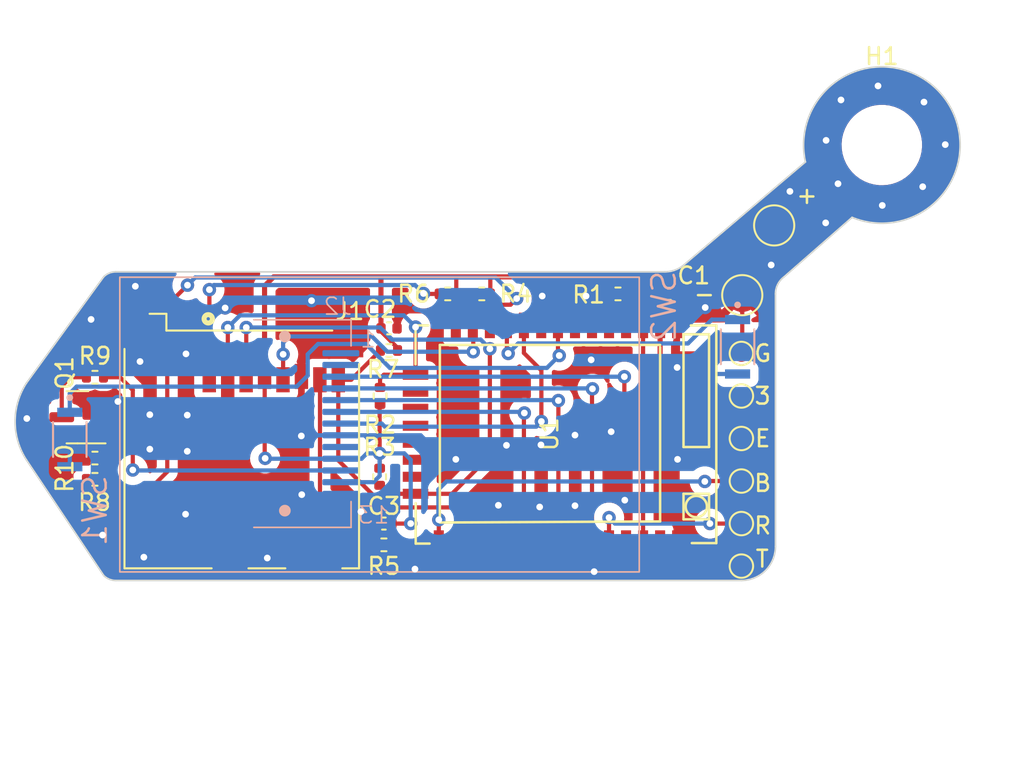
<source format=kicad_pcb>
(kicad_pcb (version 20221018) (generator pcbnew)

  (general
    (thickness 1)
  )

  (paper "A4")
  (layers
    (0 "F.Cu" signal)
    (31 "B.Cu" signal)
    (32 "B.Adhes" user "B.Adhesive")
    (33 "F.Adhes" user "F.Adhesive")
    (34 "B.Paste" user)
    (35 "F.Paste" user)
    (36 "B.SilkS" user "B.Silkscreen")
    (37 "F.SilkS" user "F.Silkscreen")
    (38 "B.Mask" user)
    (39 "F.Mask" user)
    (40 "Dwgs.User" user "User.Drawings")
    (41 "Cmts.User" user "User.Comments")
    (42 "Eco1.User" user "User.Eco1")
    (43 "Eco2.User" user "User.Eco2")
    (44 "Edge.Cuts" user)
    (45 "Margin" user)
    (46 "B.CrtYd" user "B.Courtyard")
    (47 "F.CrtYd" user "F.Courtyard")
    (48 "B.Fab" user)
    (49 "F.Fab" user)
    (50 "User.1" user)
    (51 "User.2" user)
    (52 "User.3" user)
    (53 "User.4" user)
    (54 "User.5" user)
    (55 "User.6" user)
    (56 "User.7" user)
    (57 "User.8" user)
    (58 "User.9" user)
  )

  (setup
    (stackup
      (layer "F.SilkS" (type "Top Silk Screen"))
      (layer "F.Paste" (type "Top Solder Paste"))
      (layer "F.Mask" (type "Top Solder Mask") (thickness 0.01))
      (layer "F.Cu" (type "copper") (thickness 0.035))
      (layer "dielectric 1" (type "core") (thickness 0.91) (material "FR4") (epsilon_r 4.5) (loss_tangent 0.02))
      (layer "B.Cu" (type "copper") (thickness 0.035))
      (layer "B.Mask" (type "Bottom Solder Mask") (thickness 0.01))
      (layer "B.Paste" (type "Bottom Solder Paste"))
      (layer "B.SilkS" (type "Bottom Silk Screen"))
      (copper_finish "None")
      (dielectric_constraints no)
    )
    (pad_to_mask_clearance 0)
    (pcbplotparams
      (layerselection 0x00010fc_ffffffff)
      (plot_on_all_layers_selection 0x0000000_00000000)
      (disableapertmacros false)
      (usegerberextensions false)
      (usegerberattributes true)
      (usegerberadvancedattributes true)
      (creategerberjobfile true)
      (dashed_line_dash_ratio 12.000000)
      (dashed_line_gap_ratio 3.000000)
      (svgprecision 4)
      (plotframeref false)
      (viasonmask false)
      (mode 1)
      (useauxorigin false)
      (hpglpennumber 1)
      (hpglpenspeed 20)
      (hpglpendiameter 15.000000)
      (dxfpolygonmode true)
      (dxfimperialunits true)
      (dxfusepcbnewfont true)
      (psnegative false)
      (psa4output false)
      (plotreference true)
      (plotvalue true)
      (plotinvisibletext false)
      (sketchpadsonfab false)
      (subtractmaskfromsilk false)
      (outputformat 1)
      (mirror false)
      (drillshape 1)
      (scaleselection 1)
      (outputdirectory "")
    )
  )

  (net 0 "")
  (net 1 "+3V3")
  (net 2 "GND")
  (net 3 "/SD_DATA3")
  (net 4 "/SD_DATA1")
  (net 5 "/SD_CMD")
  (net 6 "/SD_CLK")
  (net 7 "/SD_DATA0")
  (net 8 "/SD_DATA2")
  (net 9 "unconnected-(J2-Pin_1-Pad1)")
  (net 10 "unconnected-(J2-Pin_2-Pad2)")
  (net 11 "/LCD_DATA")
  (net 12 "/LCD_CLK")
  (net 13 "/LCD_DC")
  (net 14 "/LCD_RESET")
  (net 15 "/LCD_CS")
  (net 16 "unconnected-(J2-Pin_9-Pad9)")
  (net 17 "/LEDK")
  (net 18 "Net-(Q1-G)")
  (net 19 "Net-(Q1-D)")
  (net 20 "Net-(U1-EN)")
  (net 21 "/LCD_BACKLIGHT")
  (net 22 "BTN_LEFT")
  (net 23 "BTN_RIGHT")
  (net 24 "Net-(U1-TX)")
  (net 25 "Net-(U1-RX)")
  (net 26 "unconnected-(U1-VP-Pad4)")
  (net 27 "unconnected-(U1-VN-Pad5)")
  (net 28 "unconnected-(U1-IO34-Pad6)")
  (net 29 "unconnected-(U1-IO35-Pad7)")
  (net 30 "unconnected-(U1-IO33-Pad9)")
  (net 31 "unconnected-(U1-IO09-Pad17)")
  (net 32 "unconnected-(U1-IO10-Pad18)")
  (net 33 "unconnected-(U1-SD2-Pad19)")
  (net 34 "unconnected-(U1-CLK-Pad20)")
  (net 35 "unconnected-(U1-SD3-Pad21)")
  (net 36 "unconnected-(U1-SD1-Pad22)")
  (net 37 "unconnected-(U1-CS-Pad27)")
  (net 38 "unconnected-(U1-SD0-Pad28)")
  (net 39 "unconnected-(U1-IO18-Pad30)")
  (net 40 "unconnected-(U1-NC-Pad32)")
  (net 41 "unconnected-(U1-IO23-Pad37)")

  (footprint "Resistor_SMD:R_0402_1005Metric" (layer "F.Cu") (at 174.752 118.618))

  (footprint "MountingHole:MountingHole_4.3mm_M4" (layer "F.Cu") (at 190.5 109.728))

  (footprint "TestPoint:TestPoint_Pad_D2.0mm" (layer "F.Cu") (at 182.1688 118.6942))

  (footprint "TestPoint:TestPoint_Pad_D1.0mm" (layer "F.Cu") (at 182.118 122.174))

  (footprint "Resistor_SMD:R_0402_1005Metric" (layer "F.Cu") (at 143.5377 128.4224 180))

  (footprint "Package_TO_SOT_SMD:SOT-23" (layer "F.Cu") (at 142.494 125.984 180))

  (footprint "Resistor_SMD:R_0402_1005Metric" (layer "F.Cu") (at 160.5534 124.714 90))

  (footprint "Resistor_SMD:R_0402_1005Metric" (layer "F.Cu") (at 161.0868 121.9962 180))

  (footprint "Capacitor_SMD:C_0402_1005Metric" (layer "F.Cu") (at 161.0868 120.6754))

  (footprint "TestPoint:TestPoint_Pad_D1.0mm" (layer "F.Cu") (at 182.118 127.254))

  (footprint "TestPoint:TestPoint_Pad_D1.0mm" (layer "F.Cu") (at 182.118 134.874))

  (footprint "TestPoint:TestPoint_Pad_D1.0mm" (layer "F.Cu") (at 182.118 124.714))

  (footprint "Capacitor_SMD:C_0402_1005Metric" (layer "F.Cu") (at 160.782 132.334 180))

  (footprint "Resistor_SMD:R_0402_1005Metric" (layer "F.Cu") (at 160.528 129.54 -90))

  (footprint "Resistor_SMD:R_0402_1005Metric" (layer "F.Cu") (at 143.5377 123.5964 180))

  (footprint "Resistor_SMD:R_0402_1005Metric" (layer "F.Cu") (at 166.624 118.618 180))

  (footprint "Connector_Card:microSD_HC_Molex_47352-1001" (layer "F.Cu") (at 152.3002 127.4064 180))

  (footprint "TestPoint:TestPoint_Pad_D2.0mm" (layer "F.Cu") (at 184.0738 114.5286))

  (footprint "Resistor_SMD:R_0402_1005Metric" (layer "F.Cu") (at 164.592 118.618 180))

  (footprint "TestPoint:TestPoint_Pad_D1.0mm" (layer "F.Cu") (at 182.118 129.794))

  (footprint "RF_WiFi:ttgo-32-micro" (layer "F.Cu") (at 171.1706 127 -90))

  (footprint "Resistor_SMD:R_0402_1005Metric" (layer "F.Cu") (at 160.782 133.604))

  (footprint "Capacitor_SMD:C_0402_1005Metric" (layer "F.Cu") (at 177.8 118.618))

  (footprint "Resistor_SMD:R_0402_1005Metric" (layer "F.Cu") (at 143.5377 129.6924))

  (footprint "TestPoint:TestPoint_Pad_D1.0mm" (layer "F.Cu") (at 182.118 132.334))

  (footprint "Button_Switch_SMD:SW_SPST_E-switch_ETL3780AF240QG" (layer "B.Cu") (at 142.0368 127.3133 -90))

  (footprint "Display:LH114T_IG01" (layer "B.Cu") (at 176.022 117.622 180))

  (footprint "Button_Switch_SMD:SW_SPST_E-switch_ETL3780AF240QG" (layer "B.Cu") (at 181.8894 121.7761 -90))

  (gr_line (start 181.43 136.588) (end 142.43 136.588)
    (stroke (width 0.2) (type solid)) (layer "Dwgs.User") (tstamp 095c45cb-63d7-4834-8136-c86fe8c83e8e))
  (gr_line (start 142.43 116.5939) (end 181.43 116.5939)
    (stroke (width 0.2) (type solid)) (layer "Dwgs.User") (tstamp 0cf156be-26b0-43d2-973c-eefad7d4d721))
  (gr_arc (start 185.43 132.588) (mid 184.258427 135.416427) (end 181.43 136.588)
    (stroke (width 0.2) (type solid)) (layer "Dwgs.User") (tstamp 142f69cb-5e53-4fe7-94f6-4120285ff4cb))
  (gr_line (start 175.468861 119.072489) (end 175.468861 134.302442)
    (stroke (width 0.2) (type solid)) (layer "Dwgs.User") (tstamp 19aa232a-93e3-410c-a2eb-d079d61496ca))
  (gr_arc (start 138.43 120.5939) (mid 139.601573 117.765473) (end 142.43 116.5939)
    (stroke (width 0.2) (type solid)) (layer "Dwgs.User") (tstamp 212e979c-c211-4a7f-9918-828b1829fd7b))
  (gr_line (start 148.422565 134.302442) (end 148.422565 119.072489)
    (stroke (width 0.2) (type solid)) (layer "Dwgs.User") (tstamp 638f4fa7-f1ff-471b-b8f4-20c7fde65faa))
  (gr_arc (start 181.43 116.5939) (mid 184.258427 117.765473) (end 185.43 120.5939)
    (stroke (width 0.2) (type solid)) (layer "Dwgs.User") (tstamp 67cf26fb-cf67-407a-8b3f-b3e813aa3c3b))
  (gr_line (start 148.422565 119.072489) (end 175.468861 119.072489)
    (stroke (width 0.2) (type solid)) (layer "Dwgs.User") (tstamp 69e5e991-e849-4110-8378-9c9cec9b759d))
  (gr_line (start 138.43 132.588) (end 138.43 120.5939)
    (stroke (width 0.2) (type solid)) (layer "Dwgs.User") (tstamp 71cc6696-6d43-4362-b86b-2db0954d090e))
  (gr_circle (center 141.996719 127.268485) (end 140.297684 127.268485)
    (stroke (width 0.2) (type solid)) (fill none) (layer "Dwgs.User") (tstamp 752fb1cb-11d2-41c9-ba35-44cff8a8348b))
  (gr_arc (start 142.43 136.588) (mid 139.601573 135.416427) (end 138.43 132.588)
    (stroke (width 0.2) (type solid)) (layer "Dwgs.User") (tstamp a07bf0e9-39d3-4515-930f-8642191fc5fc))
  (gr_line (start 175.468861 134.302442) (end 148.422565 134.302442)
    (stroke (width 0.2) (type solid)) (layer "Dwgs.User") (tstamp a933dbb8-c631-4d54-8eab-54de504bfa9a))
  (gr_circle (center 181.901374 121.797111) (end 180.191907 121.797111)
    (stroke (width 0.2) (type solid)) (fill none) (layer "Dwgs.User") (tstamp da979675-4050-4a61-bb37-f281f5722a48))
  (gr_line (start 185.43 120.5939) (end 185.43 132.588)
    (stroke (width 0.2) (type solid)) (layer "Dwgs.User") (tstamp dfa343ae-67af-4d7b-97b3-b56dd7b738de))
  (gr_line (start 184.658 117.602) (end 188.722 114.046)
    (stroke (width 0.1) (type default)) (layer "Edge.Cuts") (tstamp 080bfda4-937f-458e-bb78-ef888ad9a0d7))
  (gr_line (start 184.15 133.69838) (end 184.15 118.618)
    (stroke (width 0.1) (type default)) (layer "Edge.Cuts") (tstamp 0de2b308-2685-4924-8bc7-79b3848b0e4e))
  (gr_line (start 144.78 135.73038) (end 182.118 135.73038)
    (stroke (width 0.1) (type default)) (layer "Edge.Cuts") (tstamp 0e599862-71c3-4da6-8702-f69d9378c146))
  (gr_arc (start 139.446001 128.524) (mid 138.774598 126.238) (end 139.446 123.952)
    (stroke (width 0.1) (type default)) (layer "Edge.Cuts") (tstamp 1642e732-48e6-49d5-ae70-2a2a85b3f73f))
  (gr_arc (start 178.684248 116.889694) (mid 178.151276 117.1956) (end 177.546 117.301797)
    (stroke (width 0.1) (type default)) (layer "Edge.Cuts") (tstamp 4a011b13-d317-4b6a-bc90-9d11b78f4edd))
  (gr_arc (start 184.15 133.69838) (mid 183.554841 135.135221) (end 182.118 135.73038)
    (stroke (width 0.1) (type default)) (layer "Edge.Cuts") (tstamp 60088bfe-6909-469c-8012-2e0731b1eaff))
  (gr_line (start 139.446001 128.524) (end 144.06158 135.4328)
    (stroke (width 0.1) (type default)) (layer "Edge.Cuts") (tstamp 70e3ca4f-5690-431a-93d8-6e9d38cfd3f8))
  (gr_arc (start 144.06158 117.599377) (mid 144.391194 117.379136) (end 144.78 117.301797)
    (stroke (width 0.1) (type default)) (layer "Edge.Cuts") (tstamp 755ee050-e57d-4939-9fba-5d749d5e7d33))
  (gr_line (start 185.941467 110.741005) (end 178.684248 116.889694)
    (stroke (width 0.1) (type default)) (layer "Edge.Cuts") (tstamp 9b78de09-b1c4-41b5-bccf-b251864e949e))
  (gr_arc (start 184.15 118.618) (mid 184.284077 118.050039) (end 184.658 117.602)
    (stroke (width 0.1) (type default)) (layer "Edge.Cuts") (tstamp c8ef59f1-9440-421f-956d-10535b3a6390))
  (gr_line (start 177.546 117.301797) (end 144.78 117.301797)
    (stroke (width 0.1) (type default)) (layer "Edge.Cuts") (tstamp d8232386-59da-438a-ad58-3d89d2a3dae9))
  (gr_arc (start 144.78 135.73038) (mid 144.391194 135.653042) (end 144.06158 135.4328)
    (stroke (width 0.1) (type default)) (layer "Edge.Cuts") (tstamp edcca689-ab34-49dc-847e-9bf5c6e90260))
  (gr_arc (start 185.941467 110.741005) (mid 194.073326 106.721716) (end 188.722 114.046)
    (stroke (width 0.1) (type default)) (layer "Edge.Cuts") (tstamp f05ab105-c9ae-46e8-9fac-0b4f7776ebfc))
  (gr_line (start 144.06158 117.599377) (end 139.446 123.952)
    (stroke (width 0.1) (type default)) (layer "Edge.Cuts") (tstamp f38dc27d-1394-48e3-b592-19bfa601274a))

  (segment (start 160.6068 117.6248) (end 160.6068 120.6754) (width 0.3048) (layer "F.Cu") (net 1) (tstamp 0a025215-9a1c-41f2-872e-bfef17cbda74))
  (segment (start 182.1942 114.5286) (end 179.1208 117.602) (width 0.3048) (layer "F.Cu") (net 1) (tstamp 0bde2873-c8d5-41b6-b3bd-b45158d9e9c2))
  (segment (start 167.134 117.604) (end 167.132 117.602) (width 0.25) (layer "F.Cu") (net 1) (tstamp 0d0de625-6091-49ed-8906-9faf6ef1918f))
  (segment (start 167.132 117.602) (end 165.1 117.602) (width 0.3048) (layer "F.Cu") (net 1) (tstamp 156d47ca-2285-4911-861c-78b1acc0d6a9))
  (segment (start 167.134 118.618) (end 167.134 117.604) (width 0.25) (layer "F.Cu") (net 1) (tstamp 1696114a-7dfc-4820-b98a-2f7b30dd23b3))
  (segment (start 184.0738 114.5286) (end 182.1942 114.5286) (width 0.3048) (layer "F.Cu") (net 1) (tstamp 1e61f64b-63cc-4180-a7fb-71f73b5f5b98))
  (segment (start 160.528 128.143) (end 160.528 129.03) (width 0.25) (layer "F.Cu") (net 1) (tstamp 312bbbf9-7dcb-4449-8c23-08f982fd61d7))
  (segment (start 160.528 128.143) (end 160.528 125.2494) (width 0.25) (layer "F.Cu") (net 1) (tstamp 35afea63-2a56-4bb2-9ca5-083f3c380358))
  (segment (start 154.2034 117.602) (end 153.6602 118.1452) (width 0.3048) (layer "F.Cu") (net 1) (tstamp 4141a884-34d0-4e92-8c06-9c127d280fe9))
  (segment (start 182.118 124.714) (end 177.6476 124.714) (width 0.3048) (layer "F.Cu") (net 1) (tstamp 4ef4342a-a692-40e0-84b8-ecbae8ed9246))
  (segment (start 177.32 117.6248) (end 177.32 118.618) (width 0.3048) (layer "F.Cu") (net 1) (tstamp 5d25d173-300e-42a7-bb99-cbc1c5ee387f))
  (segment (start 177.6476 124.714) (end 177.2666 124.333) (width 0.3048) (layer "F.Cu") (net 1) (tstamp 5e918d6a-bff1-4c3b-b8b6-41a6140b15e7))
  (segment (start 177.546 117.602) (end 177.3428 117.602) (width 0.3048) (layer "F.Cu") (net 1) (tstamp 61280ce0-85ff-47fc-bff7-100e8bb7691b))
  (segment (start 174.2694 117.602) (end 167.132 117.602) (width 0.3048) (layer "F.Cu") (net 1) (tstamp 63e767a4-d845-4fb9-b75e-8cc09b341619))
  (segment (start 174.244 117.6274) (end 174.2694 117.602) (width 0.3048) (layer "F.Cu") (net 1) (tstamp 6a304238-1f8b-41db-8d07-4e9dc4ef198c))
  (segment (start 161.262 132.334) (end 161.262 132.614) (width 0.25) (layer "F.Cu") (net 1) (tstamp 6bcbeed0-9d81-4b9d-92ff-dae9a80b3d82))
  (segment (start 177.3428 117.602) (end 177.32 117.6248) (width 0.3048) (layer "F.Cu") (net 1) (tstamp 6c219147-7c3f-4c7b-8916-780b1c312743))
  (segment (start 161.262 132.334) (end 162.3822 132.334) (width 0.25) (layer "F.Cu") (net 1) (tstamp 73122236-8fb0-4ede-8618-039abc970280))
  (segment (start 174.244 117.856) (end 174.244 117.6274) (width 0.3048) (layer "F.Cu") (net 1) (tstamp 7e22b1b8-6d11-4763-87fc-1c29ab2eb570))
  (segment (start 165.1 117.602) (end 160.6296 117.602) (width 0.3048) (layer "F.Cu") (net 1) (tstamp 8431a41d-8959-4a01-b30f-4a8571cc40d7))
  (segment (start 177.2666 120.5) (end 177.2666 118.6714) (width 0.3048) (layer "F.Cu") (net 1) (tstamp 8bad0ec9-9771-4e72-9290-971e9872c155))
  (segment (start 153.6954 128.4375) (end 153.668 128.4101) (width 0.25) (layer "F.Cu") (net 1) (tstamp 918b3f87-4841-479f-8c71-50efb64f6c98))
  (segment (start 174.2694 117.602) (end 177.546 117.602) (width 0.3048) (layer "F.Cu") (net 1) (tstamp 9e515d39-a07b-4c3e-9efc-5dc772c059d5))
  (segment (start 153.668 128.4101) (end 153.668 123.5542) (width 0.25) (layer "F.Cu") (net 1) (tstamp a085dc6b-52c7-4b5f-900c-23d46960a6c3))
  (segment (start 179.1208 117.602) (end 177.546 117.602) (width 0.3048) (layer "F.Cu") (net 1) (tstamp a4e237a4-a16e-4602-a3bb-8a79e697d465))
  (segment (start 153.6602 118.1452) (end 153.6602 123.5464) (width 0.3048) (layer "F.Cu") (net 1) (tstamp ab2b04e1-66d2-4fff-a026-76b01169b864))
  (segment (start 174.242 118.618) (end 174.242 117.858) (width 0.3048) (layer "F.Cu") (net 1) (tstamp b07640b6-f9a3-4e12-b1b0-f72c9513f3fd))
  (segment (start 160.6068 120.8558) (end 161.5968 121.8458) (width 0.25) (layer "F.Cu") (net 1) (tstamp c163ce7f-d64b-4f8e-8f8e-e166380f7512))
  (segment (start 161.262 132.614) (end 160.272 133.604) (width 0.25) (layer "F.Cu") (net 1) (tstamp c25477df-626a-4903-aa3f-23925ac3f858))
  (segment (start 160.6296 117.602) (end 154.2034 117.602) (width 0.3048) (layer "F.Cu") (net 1) (tstamp c506cbc9-0870-46bd-ac8a-a2ee9b0abe3d))
  (segment (start 174.242 117.858) (end 174.244 117.856) (width 0.3048) (layer "F.Cu") (net 1) (tstamp c5257b65-acca-4bcd-82f0-e4b9a89cb185))
  (segment (start 165.102 118.618) (end 165.102 117.604) (width 0.25) (layer "F.Cu") (net 1) (tstamp c8bd6826-7366-4662-b071-05ee0518f03a))
  (segment (start 165.102 117.604) (end 165.1 117.602) (width 0.25) (layer "F.Cu") (net 1) (tstamp e0158ffa-6eda-40dc-92ed-3c77f42bbc83))
  (segment (start 160.6296 117.602) (end 160.6068 117.6248) (width 0.3048) (layer "F.Cu") (net 1) (tstamp e308a04a-d0fc-409d-9168-900eecfc52fb))
  (segment (start 177.2666 124.333) (end 177.2666 120.5) (width 0.3048) (layer "F.Cu") (net 1) (tstamp edb7f2d6-6aa9-4c7b-82ba-6d53b325a723))
  (via (at 153.6954 128.4375) (size 0.8) (drill 0.4) (layers "F.Cu" "B.Cu") (net 1) (tstamp 69c3e10e-db6d-4cf7-9894-c3606e348b44))
  (via (at 160.528 128.143) (size 0.8) (drill 0.4) (layers "F.Cu" "B.Cu") (net 1) (tstamp 6f454928-b28d-41c7-95a0-b02d353a0a8c))
  (via (at 162.3822 132.334) (size 0.8) (drill 0.4) (layers "F.Cu" "B.Cu") (net 1) (tstamp 755f70db-8837-4bd4-a34e-d1e0b0d87f1c))
  (segment (start 158.212 129.862) (end 160.1552 129.862) (width 0.25) (layer "B.Cu") (net 1) (tstamp 16ca1007-531f-4c5d-bea7-835f60e43db4))
  (segment (start 153.6954 128.4375) (end 153.7199 128.462) (width 0.25) (layer "B.Cu") (net 1) (tstamp 38809e13-25c9-410c-9cd7-5d0fdbf4cee1))
  (segment (start 160.1552 129.862) (end 160.528 129.4892) (width 0.25) (layer "B.Cu") (net 1) (tstamp 51140ad0-0bc4-4685-9208-d381db6e4d9b))
  (segment (start 160.528 129.4892) (end 160.528 128.143) (width 0.25) (layer "B.Cu") (net 1) (tstamp 6ae65fec-3cf6-491c-b03e-157bdfcd2a20))
  (segment (start 162.3822 132.334) (end 162.3822 128.524) (width 0.25) (layer "B.Cu") (net 1) (tstamp 72cee2f6-76f9-461a-90e2-40c75d9ad1c6))
  (segment (start 153.7199 128.462) (end 158.212 128.462) (width 0.25) (layer "B.Cu") (net 1) (tstamp a3f8e45f-f772-43c7-b100-9043de45711e))
  (segment (start 159.766 128.143) (end 160.528 128.143) (width 0.25) (layer "B.Cu") (net 1) (tstamp ae302b57-cc03-4244-a5f8-92e23406a02f))
  (segment (start 162.0012 128.143) (end 160.528 128.143) (width 0.25) (layer "B.Cu") (net 1) (tstamp b4c40625-9d86-4aa1-aa89-dd9053077858))
  (segment (start 158.212 128.462) (end 159.447 128.462) (width 0.25) (layer "B.Cu") (net 1) (tstamp eecb194f-2c71-4084-a3a3-c15ee119d91a))
  (segment (start 162.3822 128.524) (end 162.0012 128.143) (width 0.25) (layer "B.Cu") (net 1) (tstamp f5b8d98e-d546-4b24-b0e5-60cc85a1de7a))
  (segment (start 159.447 128.462) (end 159.766 128.143) (width 0.25) (layer "B.Cu") (net 1) (tstamp fdfbd859-8272-4359-a6fe-deff50ae3edc))
  (segment (start 161.8996 119.6594) (end 163.6522 119.6594) (width 0.25) (layer "F.Cu") (net 2) (tstamp 00d565c0-2a30-4335-8e2a-7a763dbeef13))
  (segment (start 164.084 127.508) (end 165.0746 128.4986) (width 0.25) (layer "F.Cu") (net 2) (tstamp 02665270-f86a-4815-b73b-5da720df10a5))
  (segment (start 144.8968 125.034) (end 144.907 125.0442) (width 0.25) (layer "F.Cu") (net 2) (tstamp 09742559-4e3a-47c0-91af-3fa3633947a2))
  (segment (start 163.6522 119.6594) (end 164.0586 120.0658) (width 0.25) (layer "F.Cu") (net 2) (tstamp 0add9346-f3b9-4674-8158-05ee409fc2e5))
  (segment (start 182.118 122.174) (end 178.2826 122.174) (width 0.25) (layer "F.Cu") (net 2) (tstamp 23390f22-05af-4492-a7f1-b20d48894a03))
  (segment (start 155.8544 127.1016) (end 155.8602 127.0958) (width 0.25) (layer "F.Cu") (net 2) (tstamp 23b213ad-c1b2-498b-b95d-0f3cf35e2024))
  (segment (start 178.2826 120.5) (end 178.2826 118.6206) (width 0.25) (layer "F.Cu") (net 2) (tstamp 3a7316fb-f5ad-4bef-bd8e-f56c9f63412a))
  (segment (start 155.8602 127.0958) (end 155.8602 123.5464) (width 0.25) (layer "F.Cu") (net 2) (tstamp 43c3ecdf-f1af-42f5-8aec-2bc2cbcb45a6))
  (segment (start 178.2826 128.524) (end 178.2826 133.5) (width 0.25) (layer "F.Cu") (net 2) (tstamp 54faf404-1c9f-44f9-a4d1-c07ff730b50e))
  (segment (start 160.302 132.334) (end 160.1216 132.334) (width 0.25) (layer "F.Cu") (net 2) (tstamp 5b4b2fb4-f48d-447d-a65b-cdac6f4d39eb))
  (segment (start 161.5668 120.6754) (end 161.5668 119.9922) (width 0.25) (layer "F.Cu") (net 2) (tstamp 5e795eb3-245d-4f44-af25-75ad689cedbb))
  (segment (start 155.8544 130.5814) (end 155.8544 127.1016) (width 0.25) (layer "F.Cu") (net 2) (tstamp 60d097ea-b87e-440f-9207-911be963f64a))
  (segment (start 164.0586 120.5) (end 164.0586 121.8946) (width 0.25) (layer "F.Cu") (net 2) (tstamp 62e2cc48-2d84-49f0-8cb3-f7539f9dbcdb))
  (segment (start 182.1688 122.1232) (end 182.118 122.174) (width 0.25) (layer "F.Cu") (net 2) (tstamp 6cc0e6f3-4cb5-4ba7-866b-a040d48f1f0f))
  (segment (start 155.8798 130.6068) (end 155.8544 130.5814) (width 0.25) (layer "F.Cu") (net 2) (tstamp 70a20a05-ded8-40da-859e-62d1f896510d))
  (segment (start 160.1216 132.334) (end 159.4104 131.6228) (width 0.25) (layer "F.Cu") (net 2) (tstamp 76c10087-9a84-4f2b-b47e-599a5d3e3f68))
  (segment (start 182.1688 119.6848) (end 182.1688 122.1232) (width 0.25) (layer "F.Cu") (net 2) (tstamp 81ac4897-b2e9-4851-8588-b57fce271754))
  (segment (start 178.2826 122.174) (end 178.2826 120.5) (width 0.25) (layer "F.Cu") (net 2) (tstamp 87298031-0e9d-41f6-b84c-79bc40f2baa9))
  (segment (start 178.2826 122.174) (end 178.2826 123.0122) (width 0.25) (layer "F.Cu") (net 2) (tstamp 88532a8d-8a9f-4e7f-989e-6566af2f09a2))
  (segment (start 164.0586 121.8946) (end 164.084 121.92) (width 0.25) (layer "F.Cu") (net 2) (tstamp 89c95577-8867-4e33-833c-1f718117b821))
  (segment (start 141.986 129.921) (end 141.986 129.4641) (width 0.25) (layer "F.Cu") (net 2) (tstamp 8d32008c-82a3-4abc-bf22-7ec925c1d90e))
  (segment (start 143.4315 125.034) (end 144.8968 125.034) (width 0.25) (layer "F.Cu") (net 2) (tstamp a406334c-540e-4bb6-992c-667448b73c47))
  (segment (start 161.5668 119.9922) (end 161.8996 119.6594) (width 0.25) (layer "F.Cu") (net 2) (tstamp a525611b-abba-4bfe-9555-5c46b5087e2e))
  (segment (start 181.61 119.126) (end 182.1688 119.6848) (width 0.25) (layer "F.Cu") (net 2) (tstamp bc3814f7-b026-482f-90bd-4b5feac397cd))
  (segment (start 178.308 128.4986) (end 178.2826 128.524) (width 0.25) (layer "F.Cu") (net 2) (tstamp c0f596f4-02b1-4f7e-8507-83188b316809))
  (segment (start 164.084 121.92) (end 164.084 127.508) (width 0.25) (layer "F.Cu") (net 2) (tstamp cf1adc42-5955-41e2-a7ed-6d3c8768b799))
  (segment (start 141.986 129.4641) (end 143.0277 128.4224) (width 0.25) (layer "F.Cu") (net 2) (tstamp f5552d3d-b05a-47ae-a5c7-4622ffc8ca98))
  (via (at 151.3078 119.4562) (size 0.8) (drill 0.4) (layers "F.Cu" "B.Cu") (free) (net 2) (tstamp 0095f5e0-932b-4935-9f5f-f86f9dba13d9))
  (via (at 148.971 122.1994) (size 0.8) (drill 0.4) (layers "F.Cu" "B.Cu") (free) (net 2) (tstamp 02c46e5b-d9e4-4943-a2af-bd1398579bfd))
  (via (at 149.0472 128.016) (size 0.8) (drill 0.4) (layers "F.Cu" "B.Cu") (free) (net 2) (tstamp 05066a12-4d3f-463c-af80-582fe3fa85fb))
  (via (at 139.4714 126.0602) (size 0.8) (drill 0.4) (layers "F.Cu" "B.Cu") (free) (net 2) (tstamp 05e0a6b0-0920-42cc-8831-044ef500ff35))
  (via (at 146.812 127.889) (size 0.8) (drill 0.4) (layers "F.Cu" "B.Cu") (free) (net 2) (tstamp 0c17ac97-6470-44c0-b91e-e4186bce47ea))
  (via (at 149.0472 125.857) (size 0.8) (drill 0.4) (layers "F.Cu" "B.Cu") (free) (net 2) (tstamp 16c02c49-284c-4aa9-811f-3d39b62b1030))
  (via (at 155.8798 130.6068) (size 0.8) (drill 0.4) (layers "F.Cu" "B.Cu") (net 2) (tstamp 1cb3cd32-9d2e-4c74-989f-3e97f65cf94d))
  (via (at 146.812 125.8316) (size 0.8) (drill 0.4) (layers "F.Cu" "B.Cu") (free) (net 2) (tstamp 1dc60286-83f4-47bc-bba6-bc9a4ccff192))
  (via (at 144.907 125.0442) (size 0.8) (drill 0.4) (layers "F.Cu" "B.Cu") (net 2) (tstamp 2f771dea-b849-4385-8142-6b557faf4498))
  (via (at 172.847 118.745) (size 0.8) (drill 0.4) (layers "F.Cu" "B.Cu") (free) (net 2) (tstamp 307b7b57-c074-4ab9-bf72-fec5ac7b56fb))
  (via (at 165.0746 128.4986) (size 0.8) (drill 0.4) (layers "F.Cu" "B.Cu") (net 2) (tstamp 3218beb4-b776-4faf-a40d-d14af694a36d))
  (via (at 194.2846 109.7026) (size 0.8) (drill 0.4) (layers "F.Cu" "B.Cu") (free) (net 2) (tstamp 420eadb4-0fab-4a25-bd1b-b067e675ec52))
  (via (at 188.0616 107.0356) (size 0.8) (drill 0.4) (layers "F.Cu" "B.Cu") (free) (net 2) (tstamp 58cb48b4-e9e1-4c8d-a180-d45e573d4f44))
  (via (at 173.1518 122.555) (size 0.8) (drill 0.4) (layers "F.Cu" "B.Cu") (free) (net 2) (tstamp 5e76e67e-d17e-4fae-b69d-c54cc0b04cde))
  (via (at 148.9456 131.7752) (size 0.8) (drill 0.4) (layers "F.Cu" "B.Cu") (free) (net 2) (tstamp 5ee5cfef-1d5d-416b-8105-c2e5143e4699))
  (via (at 178.308 128.4986) (size 0.8) (drill 0.4) (layers "F.Cu" "B.Cu") (net 2) (tstamp 64742f04-07a5-4378-88ee-f9a3b7528f11))
  (via (at 146.2278 122.6566) (size 0.8) (drill 0.4) (layers "F.Cu" "B.Cu") (free) (net 2) (tstamp 78e63650-4db2-44a7-a376-587d28896bc3))
  (via (at 155.8544 127.1016) (size 0.8) (drill 0.4) (layers "F.Cu" "B.Cu") (net 2) (tstamp 817b96a3-783a-45fc-a016-ab0a6270a597))
  (via (at 175.1584 130.937) (size 0.8) (drill 0.4) (layers "F.Cu" "B.Cu") (free) (net 2) (tstamp 8307f6bc-21e3-45ed-a8ce-ab45f19a612a))
  (via (at 167.6146 131.2418) (size 0.8) (drill 0.4) (layers "F.Cu" "B.Cu") (free) (net 2) (tstamp 86f21adf-41c4-4ee0-bea1-a0b92eaa51f7))
  (via (at 185.0136 112.4966) (size 0.8) (drill 0.4) (layers "F.Cu" "B.Cu") (free) (net 2) (tstamp 8ecfd58c-bca7-450f-9743-effa7471265d))
  (via (at 145.9484 118.1608) (size 0.8) (drill 0.4) (layers "F.Cu" "B.Cu") (free) (net 2) (tstamp 930351e5-de54-4bdf-8403-0c0b1a748ee5))
  (via (at 143.9926 133.0198) (size 0.8) (drill 0.4) (layers "F.Cu" "B.Cu") (free) (net 2) (tstamp 959a90eb-9694-4dfd-addc-27d644a9f944))
  (via (at 178.2826 123.0122) (size 0.8) (drill 0.4) (layers "F.Cu" "B.Cu") (net 2) (tstamp a1651e7a-ae0c-43b9-9977-23a5f5e92c8d))
  (via (at 173.3296 135.2042) (size 0.8) (drill 0.4) (layers "F.Cu" "B.Cu") (free) (net 2) (tstamp a9ae1505-f399-4cb5-910f-7ff99f9ce965))
  (via (at 170.2308 118.745) (size 0.8) (drill 0.4) (layers "F.Cu" "B.Cu") (free) (net 2) (tstamp ac6d0793-dd92-420a-b9d4-1836aacd22e6))
  (via (at 190.5254 113.3348) (size 0.8) (drill 0.4) (layers "F.Cu" "B.Cu") (free) (net 2) (tstamp b214a45a-2a59-4749-a4f3-c9073e6b9336))
  (via (at 172.1866 131.2672) (size 0.8) (drill 0.4) (layers "F.Cu" "B.Cu") (free) (net 2) (tstamp b77798e6-9072-47fe-bf20-ad22b06af861))
  (via (at 156.464 119.0244) (size 0.8) (drill 0.4) (layers "F.Cu" "B.Cu") (free) (net 2) (tstamp b8fdacea-6cea-47f1-8079-a115c55d743e))
  (via (at 193.0146 107.1626) (size 0.8) (drill 0.4) (layers "F.Cu" "B.Cu") (free) (net 2) (tstamp b9aa1b16-ee39-4f61-b567-acfa9e1b8562))
  (via (at 183.896 116.8908) (size 0.8) (drill 0.4) (layers "F.Cu" "B.Cu") (free) (net 2) (tstamp bd14828f-a0ff-44c3-a162-f743818e0d54))
  (via (at 168.0972 127.6604) (size 0.8) (drill 0.4) (layers "F.Cu" "B.Cu") (free) (net 2) (tstamp bfcdcfe2-3595-4625-9546-6bc9f61485b9))
  (via (at 190.2714 106.1974) (size 0.8) (drill 0.4) (layers "F.Cu" "B.Cu") (free) (net 2) (tstamp ce7c37f8-67b5-4f95-b888-3d415d32c67b))
  (via (at 187.8838 112.0394) (size 0.8) (drill 0.4) (layers "F.Cu" "B.Cu") (free) (net 2) (tstamp d4946b0d-524f-41c0-bf95-95edd7fcb8ff))
  (via (at 172.1866 127.0508) (size 0.8) (drill 0.4) (layers "F.Cu" "B.Cu") (free) (net 2) (tstamp d80300f8-d745-4bca-93eb-61138bd8926d))
  (via (at 143.3068 120.142) (size 0.8) (drill 0.4) (layers "F.Cu" "B.Cu") (free) (net 2) (tstamp e212ba62-e3aa-42ce-8f1f-7108a82e090b))
  (via (at 179.959 119.4308) (size 0.8) (drill 0.4) (layers "F.Cu" "B.Cu") (free) (net 2) (tstamp e6c5dd62-adcf-4e25-a55f-8bdbd0fbe61e))
  (via (at 192.9384 112.2172) (size 0.8) (drill 0.4) (layers "F.Cu" "B.Cu") (free) (net 2) (tstamp e91f963f-ac44-48e6-b6e9-ef5c4480555f))
  (via (at 153.8224 134.3914) (size 0.8) (drill 0.4) (layers "F.Cu" "B.Cu") (free) (net 2) (tstamp e9fc7025-b974-4786-a116-ce2eb66001bb))
  (via (at 174.3456 126.8476) (size 0.8) (drill 0.4) (layers "F.Cu" "B.Cu") (free) (net 2) (tstamp ea1dba76-16d2-4e81-818b-f019b2cedc0a))
  (via (at 187.1726 109.4486) (size 0.8) (drill 0.4) (layers "F.Cu" "B.Cu") (free) (net 2) (tstamp ecdf3524-e468-4b36-8d19-38e5a3d92298))
  (via (at 170.0784 131.3434) (size 0.8) (drill 0.4) (layers "F.Cu" "B.Cu") (free) (net 2) (tstamp f1dfbfd4-719c-4d89-9d13-03991a9dce7e))
  (via (at 146.4564 134.3406) (size 0.8) (drill 0.4) (layers "F.Cu" "B.Cu") (free) (net 2) (tstamp f1f47c08-ef47-4149-81f1-20ee0b1f0ba8))
  (via (at 159.4104 131.6228) (size 0.8) (drill 0.4) (layers "F.Cu" "B.Cu") (net 2) (tstamp f6115d29-132e-41da-89f7-caad11239335))
  (via (at 162.6362 135.0518) (size 0.8) (drill 0.4) (layers "F.Cu" "B.Cu") (free) (net 2) (tstamp f8e6e313-b6a7-4cd9-b79c-cf23fcc5a784))
  (via (at 187.1472 114.3762) (size 0.8) (drill 0.4) (layers "F.Cu" "B.Cu") (free) (net 2) (tstamp fa642e66-76e7-4a42-bd6e-7a657be6a4b4))
  (via (at 170.1546 127.635) (size 0.8) (drill 0.4) (layers "F.Cu" "B.Cu") (free) (net 2) (tstamp facf45a0-7475-4390-bbf7-825e84c99e19))
  (segment (start 158.5976 131.6228) (end 158.212 131.2372) (width 0.25) (layer "B.Cu") (net 2) (tstamp 1e417e8f-0198-4cf9-bd38-0fab1f850d43))
  (segment (start 180.2717 123.4011) (end 179.8828 123.0122) (width 0.25) (layer "B.Cu") (net 2) (tstamp 284cf7e9-4fa4-434f-b066-18592a5f3701))
  (segment (start 155.894 127.062) (end 158.212 127.062) (width 0.25) (layer "B.Cu") (net 2) (tstamp 3f8f2b74-13c8-41d9-a44d-2c18d0a3d3b5))
  (segment (start 165.0746 128.4986) (end 178.308 128.4986) (width 0.25) (layer "B.Cu") (net 2) (tstamp 4a34c26d-c9f1-4a88-9399-91aa2425e82d))
  (segment (start 155.9246 130.562) (end 158.212 130.562) (width 0.25) (layer "B.Cu") (net 2) (tstamp 59b97c56-9a8d-4b6e-a89d-2e5b4e99652e))
  (segment (start 181.8894 123.4011) (end 180.2717 123.4011) (width 0.25) (layer "B.Cu") (net 2) (tstamp 61e1a3f2-0908-4304-8b0a-4e166eb34158))
  (segment (start 142.0368 128.1176) (end 142.5454 127.609) (width 0.25) (layer "B.Cu") (net 2) (tstamp 6479e573-d5b8-480c-9f4f-b15152d932b7))
  (segment (start 165.0746 128.4986) (end 164.4142 128.4986) (width 0.25) (layer "B.Cu") (net 2) (tstamp 6e1971d1-39d7-413d-bd90-4d7933a66638))
  (segment (start 178.2826 128.4732) (end 178.308 128.4986) (width 0.25) (layer "B.Cu") (net 2) (tstamp 78508a82-d0f2-47e2-8158-146c1719bc1e))
  (segment (start 142.5454 127.609) (end 144.298 127.609) (width 0.25) (layer "B.Cu") (net 2) (tstamp 95b991ef-8167-4638-8224-99149e137448))
  (segment (start 159.4104 131.6228) (end 158.5976 131.6228) (width 0.25) (layer "B.Cu") (net 2) (tstamp 976101d0-8350-4aaf-a52e-40683e464699))
  (segment (start 179.8828 123.0122) (end 178.2826 123.0122) (width 0.25) (layer "B.Cu") (net 2) (tstamp 9811712c-671d-437d-803d-7e87f0a92a4e))
  (segment (start 155.8798 130.6068) (end 155.9246 130.562) (width 0.25) (layer "B.Cu") (net 2) (tstamp b155e4a1-c850-4c98-ad2a-5f89bbb97c64))
  (segment (start 158.212 131.2372) (end 158.212 130.562) (width 0.25) (layer "B.Cu") (net 2) (tstamp bbc33430-7a8c-43f4-9bd6-1450c2e3e2d2))
  (segment (start 144.8054 125.1458) (end 144.8054 127.1016) (width 0.25) (layer "B.Cu") (net 2) (tstamp c3b43f1f-3fd4-4a44-aa99-ec360c7a0db5))
  (segment (start 155.8544 127.1016) (end 155.894 127.062) (width 0.25) (layer "B.Cu") (net 2) (tstamp d186fb01-c467-4470-8fcf-cb6b5bd0d399))
  (segment (start 144.298 127.609) (end 144.8054 127.1016) (width 0.25) (layer "B.Cu") (net 2) (tstamp d3b21a76-7601-4147-b1e9-9b6425525d8a))
  (segment (start 155.8544 127.1016) (end 144.8054 127.1016) (width 0.25) (layer "B.Cu") (net 2) (tstamp d68f2137-f918-4494-9a94-fd307b5d61d9))
  (segment (start 142.0368 128.9383) (end 142.0368 128.1176) (width 0.25) (layer "B.Cu") (net 2) (tstamp d75babdd-9f19-4c39-b38e-9c9e36c3d090))
  (segment (start 164.4142 128.4986) (end 162.9776 127.062) (width 0.25) (layer "B.Cu") (net 2) (tstamp dd7cdbc6-d3ac-4fc9-8637-651be2c6b7f5))
  (segment (start 178.2826 123.0122) (end 178.2826 128.4732) (width 0.25) (layer "B.Cu") (net 2) (tstamp eb142937-cbb0-401b-b3ff-2c319b8eb696))
  (segment (start 162.9776 127.062) (end 158.212 127.062) (width 0.25) (layer "B.Cu") (net 2) (tstamp ed950faf-48d1-45a6-a502-f8152348a8c3))
  (segment (start 144.907 125.0442) (end 144.8054 125.1458) (width 0.25) (layer "B.Cu") (net 2) (tstamp fdb40dcf-fe76-4313-92cc-fe03b4e761af))
  (segment (start 151.4602 122.4778) (end 151.4602 124.1464) (width 0.25) (layer "F.Cu") (net 3) (tstamp 38a24721-9312-410b-a690-ae66a86edbd6))
  (segment (start 162.6706 120.5992) (end 162.6706 123.444) (width 0.25) (layer "F.Cu") (net 3) (tstamp 40b00cd4-7992-4466-82b6-797583048a3f))
  (segment (start 160.5534 124.204) (end 160.5534 123.6746) (width 0.25) (layer "F.Cu") (net 3) (tstamp 553b20ed-d521-4d87-80b6-5aa244a1639c))
  (segment (start 151.468 122.47) (end 151.4602 122.4778) (width 0.25) (layer "F.Cu") (net 3) (tstamp 5915bf31-43f7-4909-9421-eb4578199082))
  (segment (start 151.468 120.6246) (end 151.468 122.47) (width 0.25) (layer "F.Cu") (net 3) (tstamp 87427abd-09b1-41f4-90bd-4976babb137a))
  (segment (start 160.5534 123.6746) (end 160.784 123.444) (width 0.25) (layer "F.Cu") (net 3) (tstamp f9096b63-d7bd-4dd7-afd7-5de4d747d218))
  (segment (start 162.6706 123.444) (end 160.784 123.444) (width 0.25) (layer "F.Cu") (net 3) (tstamp ff0d67af-3a4b-4911-ad8d-f087306708ce))
  (via (at 162.6706 120.5992) (size 0.8) (drill 0.4) (layers "F.Cu" "B.Cu") (net 3) (tstamp 766c5507-d2bc-4c9c-9568-d91469bc8f1a))
  (via (at 151.468 120.6246) (size 0.8) (drill 0.4) (layers "F.Cu" "B.Cu") (net 3) (tstamp 8df3db56-8fac-4fc8-8463-f9db5d2ea33b))
  (segment (start 152.193 119.8996) (end 151.468 120.6246) (width 0.25) (layer "B.Cu") (net 3) (tstamp 08892792-f9d0-4722-9f3b-b39c18794663))
  (segment (start 162.6706 120.5992) (end 161.971 119.8996) (width 0.25) (layer "B.Cu") (net 3) (tstamp 248ba300-d6e0-4ae2-9fd3-dc45becbcc82))
  (segment (start 161.971 119.8996) (end 152.193 119.8996) (width 0.25) (layer "B.Cu") (net 3) (tstamp f876f53f-853c-4788-9fbb-103532c0f4b3))
  (segment (start 160.5768 121.9962) (end 158.8266 123.7464) (width 0.25) (layer "F.Cu") (net 4) (tstamp 13940b30-1469-4043-bd36-2995b8e50ab9))
  (segment (start 158.0602 128.55648) (end 160.87252 131.3688) (width 0.25) (layer "F.Cu") (net 4) (tstamp 3036e97b-4832-49d9-bc96-0c1957254d16))
  (segment (start 166.0906 131.8514) (end 166.0906 133.5) (width 0.25) (layer "F.Cu") (net 4) (tstamp 4c857cbd-1932-4b0e-bb95-b067adedbd29))
  (segment (start 158.0602 123.7464) (end 158.0602 128.55648) (width 0.25) (layer "F.Cu") (net 4) (tstamp 5668e4f5-b8f1-4b13-bbea-cee4a39433aa))
  (segment (start 160.87252 131.3688) (end 165.608 131.3688) (width 0.25) (layer "F.Cu") (net 4) (tstamp 9013f551-2c3c-4166-a844-2d0031557df6))
  (segment (start 158.8266 123.7464) (end 158.0602 123.7464) (width 0.25) (layer "F.Cu") (net 4) (tstamp bc8b95fb-952a-4d5f-855e-8c914e70dac6))
  (segment (start 165.608 131.3688) (end 166.0906 131.8514) (width 0.25) (layer "F.Cu") (net 4) (tstamp d9c1547e-ef8d-45e2-b6ae-cf6a96bee4f1))
  (segment (start 162.6706 130.556) (end 161.034 130.556) (width 0.25) (layer "F.Cu") (net 5) (tstamp 0d799164-54ce-4b1c-ba36-73fc6e182940))
  (segment (start 161.034 130.556) (end 160.528 130.05) (width 0.25) (layer "F.Cu") (net 5) (tstamp 0de41981-4cc0-4191-b1ef-3ee64a8e1dab))
  (segment (start 164.846 130.556) (end 162.6706 130.556) (width 0.25) (layer "F.Cu") (net 5) (tstamp 37bb1dc9-5086-4ab1-917a-f45cc7b7c7c3))
  (segment (start 167.1066 121.8946) (end 167.1066 128.2954) (width 0.25) (layer "F.Cu") (net 5) (tstamp 53886ece-6b6b-4d8e-a8fa-0b027c335024))
  (segment (start 152.568 120.6246) (end 152.568 122.07) (width 0.25) (layer "F.Cu") (net 5) (tstamp 6743da22-1edc-4e2b-b7c3-5c494bad819f))
  (segment (start 167.1066 128.2954) (end 164.846 130.556) (width 0.25) (layer "F.Cu") (net 5) (tstamp d346ba26-151a-41cf-a1e2-c65b3a93d396))
  (segment (start 152.568 122.07) (end 152.5602 122.0778) (width 0.25) (layer "F.Cu") (net 5) (tstamp dc328c20-43f2-43be-9419-6185291b7d10))
  (segment (start 152.5602 122.0778) (end 152.5602 123.7464) (width 0.25) (layer "F.Cu") (net 5) (tstamp f94948e4-3a6c-4c61-8141-1febc7d9f9bc))
  (via (at 152.568 120.6246) (size 0.8) (drill 0.4) (layers "F.Cu" "B.Cu") (net 5) (tstamp 685022d8-d17a-4c17-b638-c41a9e36abc3))
  (via (at 167.1066 121.8946) (size 0.8) (drill 0.4) (layers "F.Cu" "B.Cu") (net 5) (tstamp 8c1e3147-b246-45cd-a720-ab9650ff18d4))
  (segment (start 161.2762 121.3474) (end 166.5594 121.3474) (width 0.25) (layer "B.Cu") (net 5) (tstamp 0e5e7218-9254-4e6a-bc47-d6e51b8702dc))
  (segment (start 152.568 120.6246) (end 160.5534 120.6246) (width 0.25) (layer "B.Cu") (net 5) (tstamp 630086c1-a8e5-467a-b080-2ebd70b9afd6))
  (segment (start 166.5594 121.3474) (end 167.1066 121.8946) (width 0.25) (layer "B.Cu") (net 5) (tstamp e121ae9a-08f1-40e6-a367-6633f2d666d2))
  (segment (start 160.5534 120.6246) (end 161.2762 121.3474) (width 0.25) (layer "B.Cu") (net 5) (tstamp ef2fe32d-72df-46bd-b1a0-fe01bb513f32))
  (segment (start 166.116 122.0724) (end 166.116 120.5254) (width 0.25) (layer "F.Cu") (net 6) (tstamp 0a1de41c-e16b-4fcf-bbab-0809d3ec98ef))
  (segment (start 166.0906 120.5) (end 166.0906 118.6414) (width 0.25) (layer "F.Cu") (net 6) (tstamp 0d7a03c0-4013-479e-bf48-4d1ca24c2621))
  (segment (start 154.768 122.2248) (end 154.768 123.7386) (width 0.25) (layer "F.Cu") (net 6) (tstamp 8d523158-f921-4b53-b2d7-5c1a1a961841))
  (via (at 154.768 122.2248) (size 0.8) (drill 0.4) (layers "F.Cu" "B.Cu") (net 6) (tstamp c52ec5a5-0977-427e-9858-d86df39b4d5d))
  (via (at 166.116 122.0724) (size 0.8) (drill 0.4) (layers "F.Cu" "B.Cu") (net 6) (tstamp d4a8af88-f5c7-4a59-a646-ac785d469c2a))
  (segment (start 160.9852 122.0724) (end 166.116 122.0724) (width 0.25) (layer "B.Cu") (net 6) (tstamp b20f950b-8352-4405-87b9-1195d8422db3))
  (segment (start 160.0708 121.158) (end 160.9852 122.0724) (width 0.25) (layer "B.Cu") (net 6) (tstamp c392ae6c-0e1c-41b5-bdfc-bf37e6c0e411))
  (segment (start 154.768 121.5332) (end 155.1432 121.158) (width 0.25) (layer "B.Cu") (net 6) (tstamp e0f219d9-5b4f-4694-b47c-d01bc3601eec))
  (segment (start 154.768 122.2248) (end 154.768 121.5332) (width 0.25) (layer "B.Cu") (net 6) (tstamp f39c397f-6355-4e71-914d-d75e3ae35c6b))
  (segment (start 155.1432 121.158) (end 160.0708 121.158) (width 0.25) (layer "B.Cu") (net 6) (tstamp fc965217-fc79-42b2-bc8d-3a42fe9b0ebf))
  (segment (start 159.258 133.858) (end 159.766 134.366) (width 0.25) (layer "F.Cu") (net 7) (tstamp 0277d49a-d30d-4afa-836e-51f4dfd87d93))
  (segment (start 164.0586 132.1054) (end 164.0586 133.5) (width 0.25) (layer "F.Cu") (net 7) (tstamp 0cd2c49a-adbe-4b7a-b177-06b4df1bf401))
  (segment (start 164.338 135.128) (end 164.846 135.128) (width 0.25) (layer "F.Cu") (net 7) (tstamp 1192c5c9-c8e9-4191-a134-4224271a2b7c))
  (segment (start 159.766 134.366) (end 160.783 134.366) (width 0.25) (layer "F.Cu") (net 7) (tstamp 21b3e828-d613-411e-918e-725c3370f8af))
  (segment (start 159.258 132.842) (end 159.258 133.858) (width 0.25) (layer "F.Cu") (net 7) (tstamp 246fc0e6-2ea7-4c3b-ac62-42d6ef5cd045))
  (segment (start 182.118 129.794) (end 179.959 129.794) (width 0.25) (layer "F.Cu") (net 7) (tstamp 3caab015-ebce-424f-aa24-76cbf802fa13))
  (segment (start 164.0586 134.8486) (end 164.338 135.128) (width 0.25) (layer "F.Cu") (net 7) (tstamp 41cfd18d-e11c-49bd-b2f0-9863bd14cb8f))
  (segment (start 164.846 135.128) (end 165.0746 134.8994) (width 0.25) (layer "F.Cu") (net 7) (tstamp 611037ea-1e8f-403a-9244-c94b54fd7323))
  (segment (start 161.292 133.857) (end 161.292 133.604) (width 0.25) (layer "F.Cu") (net 7) (tstamp 6a75639c-0e1a-47ef-9747-f25830968f4c))
  (segment (start 165.0746 134.8994) (end 165.0746 133.5) (width 0.25) (layer "F.Cu") (net 7) (tstamp a9a675b9-2930-4bd4-a5a2-3e6ad64998a6))
  (segment (start 164.0586 133.5) (end 164.0586 134.8486) (width 0.25) (layer "F.Cu") (net 7) (tstamp c487f501-e9c5-4f21-bd0f-6d4d95d25004))
  (segment (start 156.968 130.552) (end 159.258 132.842) (width 0.25) (layer "F.Cu") (net 7) (tstamp d997bedb-084e-490e-ad70-362c868ba577))
  (segment (start 160.783 134.366) (end 161.292 133.857) (width 0.25) (layer "F.Cu") (net 7) (tstamp e7ac0755-6dc9-4cb7-97f2-710d4a029d4b))
  (segment (start 179.959 129.794) (end 179.9336 129.8194) (width 0.25) (layer "F.Cu") (net 7) (tstamp ecea8f0b-0c54-4417-a92a-9a47e16958c7))
  (segment (start 161.292 133.604) (end 163.9546 133.604) (width 0.25) (layer "F.Cu") (net 7) (tstamp f5ad138e-aaa6-49f5-be7c-77ef9bf4cba9))
  (segment (start 156.968 123.7542) (end 156.968 130.552) (width 0.25) (layer "F.Cu") (net 7) (tstamp f763a8bb-ad26-4eb7-9597-9a60d6df2268))
  (via (at 179.9336 129.8194) (size 0.8) (drill 0.4) (layers "F.Cu" "B.Cu") (net 7) (tstamp 16175148-5a19-49b0-a6c2-552fee8e9ffc))
  (via (at 164.0586 132.1054) (size 0.8) (drill 0.4) (layers "F.Cu" "B.Cu") (net 7) (tstamp fb01d207-c55b-4032-bceb-ee00e982a023))
  (segment (start 179.9336 129.8194) (end 164.5158 129.8194) (width 0.25) (layer "B.Cu") (net 7) (tstamp 3f8dd7e6-5a03-45f2-b8d1-1fb09e2a60ce))
  (segment (start 164.5158 129.8194) (end 164.0332 130.302) (width 0.25) (layer "B.Cu") (net 7) (tstamp 70a8bf9d-621a-4e1e-8acf-f53ce037f861))
  (segment (start 164.0332 130.302) (end 164.0332 132.08) (width 0.25) (layer "B.Cu") (net 7) (tstamp a6c2f13e-ff63-49a7-a1f4-92f655dd5ff7))
  (segment (start 164.0332 132.08) (end 164.0586 132.1054) (width 0.25) (layer "B.Cu") (net 7) (tstamp cd7eb4fe-d626-47b9-b23d-a418a4923d86))
  (segment (start 164.592 119.38) (end 164.592 119.128) (width 0.25) (layer "F.Cu") (net 8) (tstamp 0b0d7f08-644a-4192-8de7-ce687a27c134))
  (segment (start 163.3982 118.618) (end 164.082 118.618) (width 0.25) (layer "F.Cu") (net 8) (tstamp 21284981-71d0-4306-81d8-a9b19d11e64a))
  (segment (start 165.0746 119.8626) (end 164.592 119.38) (width 0.25) (layer "F.Cu") (net 8) (tstamp 24eea2f7-9c27-49dd-b56e-63119d5f1d69))
  (segment (start 150.368 122.07) (end 150.3602 122.0778) (width 0.25) (layer "F.Cu") (net 8) (tstamp 3a703bfe-b374-4621-9178-feb2a0d0af7f))
  (segment (start 163.3728 118.5926) (end 163.3982 118.618) (width 0.25) (layer "F.Cu") (net 8) (tstamp 866aa21a-9a40-4cf7-b7d9-5e744bf41ce0))
  (segment (start 150.368 118.364) (end 150.368 122.07) (width 0.25) (layer "F.Cu") (net 8) (tstamp 86c9954b-2c4a-411c-85a0-fe23c3ba0cf8))
  (segment (start 163.1442 118.5926) (end 163.3728 118.5926) (width 0.25) (layer "F.Cu") (net 8) (tstamp 92feeada-faf6-4f18-8cd6-d48478790fd3))
  (segment (start 164.592 119.128) (end 164.082 118.618) (width 0.25) (layer "F.Cu") (net 8) (tstamp 93500bf8-49d3-41a4-8bf0-61bbfdd23b8d))
  (segment (start 150.3602 122.0778) (end 150.3602 123.7464) (width 0.25) (layer "F.Cu") (net 8) (tstamp b5371fa3-53df-4e9c-bb84-df69cd69de1c))
  (via (at 163.1442 118.5926) (size 0.8) (drill 0.4) (layers "F.Cu" "B.Cu") (net 8) (tstamp 66f50232-e057-4e0b-9854-d05595427a68))
  (via (at 150.368 118.364) (size 0.8) (drill 0.4) (layers "F.Cu" "B.Cu") (net 8) (tstamp ac06e888-0850-4e4e-a86e-3f5579bd2ef5))
  (segment (start 163.1442 118.5926) (end 162.6406 118.089) (width 0.25) (layer "B.Cu") (net 8) (tstamp 4464809b-b5ce-49c7-86d9-e787526317cc))
  (segment (start 150.643 118.089) (end 150.368 118.364) (width 0.25) (layer "B.Cu") (net 8) (tstamp 9944f5b2-a73d-442e-8a4a-6873903ae459))
  (segment (start 162.6406 118.089) (end 150.643 118.089) (width 0.25) (layer "B.Cu") (net 8) (tstamp fa152f90-43dd-4da7-9e1c-5d128a766ec9))
  (segment (start 176.2506 127.4318) (end 176.2506 133.5) (width 0.25) (layer "F.Cu") (net 11) (tstamp 1a6f7ad8-bcb0-45b3-948e-79fa9ab63423))
  (segment (start 175.133 123.562) (end 175.133 126.3142) (width 0.25) (layer "F.Cu") (net 11) (tstamp 6ff08257-d440-419f-a9f1-8c3b068848cf))
  (segment (start 175.133 126.3142) (end 176.2506 127.4318) (width 0.25) (layer "F.Cu") (net 11) (tstamp aa016287-a464-4ddf-b38c-2c16804f00b3))
  (via (at 175.133 123.562) (size 0.8) (drill 0.4) (layers "F.Cu" "B.Cu") (net 11) (tstamp 97d47d7c-b108-4a19-944a-bf9d73149b57))
  (segment (start 175.133 123.562) (end 158.212 123.562) (width 0.25) (layer "B.Cu") (net 11) (tstamp e70320a6-87c0-4ca0-a0ad-7793bfc60ba4))
  (segment (start 173.2026 124.3119) (end 173.2026 133.5) (width 0.25) (layer "F.Cu") (net 12) (tstamp 9862bb67-f18a-4c73-a5de-f6566fcdd7e7))
  (segment (start 173.228 124.2865) (end 173.2026 124.3119) (width 0.25) (layer "F.Cu") (net 12) (tstamp e4b13a5e-13e8-4a37-afa9-9f0e94f6a3b5))
  (via (at 173.228 124.2865) (size 0.8) (drill 0.4) (layers "F.Cu" "B.Cu") (net 12) (tstamp e62b0100-d1d4-4458-97e8-60512fa9a7ea))
  (segment (start 173.2035 124.262) (end 173.228 124.2865) (width 0.25) (layer "B.Cu") (net 12) (tstamp 24920266-fa82-4120-837f-e5fd31b56dca))
  (segment (start 158.212 124.262) (end 173.2035 124.262) (width 0.25) (layer "B.Cu") (net 12) (tstamp 6a714100-8b96-4346-9c09-cd61a2b97d45))
  (segment (start 171.196 124.9865) (end 171.196 131.826) (width 0.25) (layer "F.Cu") (net 13) (tstamp 5681f71d-257c-43bc-9bc3-379fde037931))
  (segment (start 171.196 131.826) (end 171.1706 131.8514) (width 0.25) (layer "F.Cu") (net 13) (tstamp 58d9b79d-e03b-4ba2-8643-3389ca9dc7c1))
  (segment (start 171.1706 131.8514) (end 171.1706 133.5) (width 0.25) (layer "F.Cu") (net 13) (tstamp e6eb30ac-a4f6-44d5-a888-f84e2e62c053))
  (via (at 171.196 124.9865) (size 0.8) (drill 0.4) (layers "F.Cu" "B.Cu") (net 13) (tstamp 8b7ef17e-4462-41cf-88fd-f5913704871b))
  (segment (start 158.212 124.962) (end 171.1715 124.962) (width 0.25) (layer "B.Cu") (net 13) (tstamp 69c1400e-c6d4-4bdd-a059-ca5af1b74959))
  (segment (start 171.1715 124.962) (end 171.196 124.9865) (width 0.25) (layer "B.Cu") (net 13) (tstamp f0397ae1-f476-4c44-8406-e503df4c6c59))
  (segment (start 169.1386 125.7554) (end 169.1386 133.5) (width 0.25) (layer "F.Cu") (net 14) (tstamp 17ff8609-9f85-4ad8-86ad-1e72430a3dd3))
  (segment (start 169.164 125.73) (end 169.1386 125.7554) (width 0.25) (layer "F.Cu") (net 14) (tstamp 446f7e01-1d09-4598-8ecf-a98f6c61ac6a))
  (via (at 169.164 125.73) (size 0.8) (drill 0.4) (layers "F.Cu" "B.Cu") (net 14) (tstamp 2e14f905-6bf9-450b-a04c-ca6600b5d5f6))
  (segment (start 169.096 125.662) (end 169.164 125.73) (width 0.25) (layer "B.Cu") (net 14) (tstamp 75e5362a-1571-4bd4-ac53-4eab579df35f))
  (segment (start 158.212 125.662) (end 169.096 125.662) (width 0.25) (layer "B.Cu") (net 14) (tstamp 7c32ad86-64ea-4bfd-bc65-727ab4278ced))
  (segment (start 170.18 123.19) (end 169.1386 122.1486) (width 0.25) (layer "F.Cu") (net 15) (tstamp 6e83bd9d-0c8f-4ee6-9fdd-1987a442d87f))
  (segment (start 169.1386 122.1486) (end 169.1386 120.5) (width 0.25) (layer "F.Cu") (net 15) (tstamp d9dabfa3-ae8f-4739-8676-ae83f94bfbdb))
  (segment (start 170.18 126.238) (end 170.18 123.19) (width 0.25) (layer "F.Cu") (net 15) (tstamp f1abb345-a3a9-4dfd-8300-6f9452b0158b))
  (via (at 170.18 126.238) (size 0.8) (drill 0.4) (layers "F.Cu" "B.Cu") (net 15) (tstamp 6f5b42fd-a695-4e56-ae11-bc7984a4184d))
  (segment (start 158.215 126.365) (end 160.655 126.365) (width 0.25) (layer "B.Cu") (net 15) (tstamp 7008f3ba-a78c-4fcd-b306-60f196b09d6e))
  (segment (start 169.871 126.547) (end 170.18 126.238) (width 0.25) (layer "B.Cu") (net 15) (tstamp a8e297ff-70bf-428d-84b4-dcd11ce339af))
  (segment (start 160.655 126.365) (end 160.837 126.547) (width 0.25) (layer "B.Cu") (net 15) (tstamp c570dfa3-8036-42ed-8f0c-28295adb1c89))
  (segment (start 160.837 126.547) (end 169.871 126.547) (width 0.25) (layer "B.Cu") (net 15) (tstamp f6354900-fd2d-4acf-9505-189b96f82853))
  (segment (start 145.796 129.1336) (end 145.796 124.3584) (width 0.25) (layer "F.Cu") (net 17) (tstamp 50931bd0-9a35-4466-9273-462d9fd2684a))
  (segment (start 145.034 123.5964) (end 144.0477 123.5964) (width 0.25) (layer "F.Cu") (net 17) (tstamp 785ce147-a62d-4885-92dc-d706704439a8))
  (segment (start 145.796 124.3584) (end 145.034 123.5964) (width 0.25) (layer "F.Cu") (net 17) (tstamp fd00e277-cc7e-43eb-aeaa-8384eb6ac8c1))
  (via (at 145.796 129.1336) (size 0.8) (drill 0.4) (layers "F.Cu" "B.Cu") (net 17) (tstamp 05504a25-30db-4f66-ab9e-e2cc64873ed7))
  (segment (start 145.8244 129.162) (end 145.796 129.1336) (width 0.25) (layer "B.Cu") (net 17) (tstamp 22cc6c39-b5d4-4628-9657-4420fbb63353))
  (segment (start 158.212 129.162) (end 145.8244 129.162) (width 0.25) (layer "B.Cu") (net 17) (tstamp a2a48509-680a-46cc-8947-be5219934ffc))
  (segment (start 144.0477 129.6924) (end 144.0477 128.4224) (width 0.25) (layer "F.Cu") (net 18) (tstamp 67766791-475a-48cd-90f1-98ebd65aa7df))
  (segment (start 144.0477 128.4224) (end 144.0477 126.934) (width 0.25) (layer "F.Cu") (net 18) (tstamp cf463d17-c506-44af-9732-69938be0c9f1))
  (segment (start 144.0477 126.934) (end 143.4315 126.934) (width 0.25) (layer "F.Cu") (net 18) (tstamp d44aca43-b1e9-4047-a563-5cf3f219d86d))
  (segment (start 143.0277 123.5964) (end 142.0876 123.5964) (width 0.25) (layer "F.Cu") (net 19) (tstamp 080dd83e-0137-46f9-b937-803a746333fb))
  (segment (start 142.0876 123.5964) (end 141.5565 124.1275) (width 0.25) (layer "F.Cu") (net 19) (tstamp 3f66bf99-8c15-41fc-9796-af282dbace07))
  (segment (start 141.5565 124.1275) (end 141.5565 125.984) (width 0.25) (layer "F.Cu") (net 19) (tstamp ed6eeccd-cc57-4a89-be43-0be172947c52))
  (segment (start 176.2506 118.8974) (end 176.2506 120.5) (width 0.25) (layer "F.Cu") (net 20) (tstamp 089343f5-fb8e-4240-adfe-04bc1cc7bc05))
  (segment (start 176.022 118.618) (end 176.276 118.872) (width 0.25) (layer "F.Cu") (net 20) (tstamp 0aadb57d-f2b8-49b9-a4d1-bda3291f33d5))
  (segment (start 176.276 118.872) (end 176.2506 118.8974) (width 0.25) (layer "F.Cu") (net 20) (tstamp 82fe5e17-1ca3-4ce0-a6f0-1fa1a6e4d26c))
  (segment (start 182.118 127.254) (end 177.8254 127.254) (width 0.25) (layer "F.Cu") (net 20) (tstamp 8aa3e93e-95d7-4360-8108-320d341767d8))
  (segment (start 176.2506 125.6792) (end 176.2506 120.5) (width 0.25) (layer "F.Cu") (net 20) (tstamp 8fcbd01e-31e0-4064-86de-e89aee3df988))
  (segment (start 175.262 118.618) (end 176.022 118.618) (width 0.25) (layer "F.Cu") (net 20) (tstamp 9f633459-6cf0-4dfb-a7ed-7d0f565486eb))
  (segment (start 177.8254 127.254) (end 176.2506 125.6792) (width 0.25) (layer "F.Cu") (net 20) (tstamp a7130a3d-1cca-4334-be03-ed04cc7c1081))
  (segment (start 149.0599 118.0973) (end 147.8534 119.3038) (width 0.25) (layer "F.Cu") (net 21) (tstamp 415b995b-33b1-498b-a7b9-af8be2a62c09))
  (segment (start 146.3802 130.7084) (end 143.637 130.7084) (width 0.25) (layer "F.Cu") (net 21) (tstamp 44fbb38e-173c-493c-8f57-49f88321b1ab))
  (segment (start 147.8534 129.2352) (end 146.3802 130.7084) (width 0.25) (layer "F.Cu") (net 21) (tstamp 479b9acb-6cbb-4699-9f0e-99890189c211))
  (segment (start 143.637 130.7084) (end 143.0277 130.0991) (width 0.25) (layer "F.Cu") (net 21) (tstamp 6e618e77-623f-4d8b-8ff2-9a421b64c1d7))
  (segment (start 168.7068 118.8974) (end 168.3412 119.263) (width 0.25) (layer "F.Cu") (net 21) (tstamp 7b7309af-e18b-4e62-93f9-dc96cf04fe1b))
  (segment (start 167.1066 119.488) (end 167.1066 120.5) (width 0.25) (layer "F.Cu") (net 21) (tstamp 8c45aec8-2777-496b-9e55-a65532a69516))
  (segment (start 168.3412 119.263) (end 167.3316 119.263) (width 0.25) (layer "F.Cu") (net 21) (tstamp c23aa63b-3a06-4e44-ac2b-2fce230cdbc5))
  (segment (start 147.8534 119.3038) (end 147.8534 129.2352) (width 0.25) (layer "F.Cu") (net 21) (tstamp cddb9b31-1da3-4f62-a8a4-ba464c46f1d0))
  (segment (start 167.3316 119.263) (end 167.1066 119.488) (width 0.25) (layer "F.Cu") (net 21) (tstamp e8cd1e8b-44f3-4a8e-af74-a7d09a79bfbe))
  (segment (start 143.0277 130.0991) (end 143.0277 129.6924) (width 0.25) (layer "F.Cu") (net 21) (tstamp f6426786-49e3-4f41-b56d-a785c50bf314))
  (via (at 168.7068 118.8974) (size 0.8) (drill 0.4) (layers "F.Cu" "B.Cu") (net 21) (tstamp d1929143-4442-4c2e-bec9-dbf2c412e434))
  (via (at 149.0599 118.0973) (size 0.8) (drill 0.4) (layers "F.Cu" "B.Cu") (net 21) (tstamp ff8a961a-8173-4787-947f-c70c0b780fe2))
  (segment (start 149.0599 118.0973) (end 149.5182 117.639) (width 0.25) (layer "B.Cu") (net 21) (tstamp 8273b3f9-affd-4b74-9aae-145133956fb8))
  (segment (start 149.5182 117.639) (end 167.4484 117.639) (width 0.25) (layer "B.Cu") (net 21) (tstamp 839d01b2-c483-41f0-bab4-e9155bb23f5d))
  (segment (start 167.4484 117.639) (end 168.7068 118.8974) (width 0.25) (layer "B.Cu") (net 21) (tstamp be44215b-1dd3-4cf6-94f2-b91c94c63ff6))
  (segment (start 171.2468 122.301) (end 171.1706 122.2248) (width 0.25) (layer "F.Cu") (net 22) (tstamp 813c20db-86c3-410a-b448-ec37c598c5e2))
  (segment (start 171.1706 122.2248) (end 171.1706 120.5) (width 0.25) (layer "F.Cu") (net 22) (tstamp 9004b62e-a449-41aa-9039-9c212047e893))
  (via (at 171.2468 122.301) (size 0.8) (drill 0.4) (layers "F.Cu" "B.Cu") (net 22) (tstamp 78e9c08c-a664-4ac0-856e-915b65e63fec))
  (segment (start 170.5102 123.0376) (end 161.1376 123.0376) (width 0.25) (layer "B.Cu") (net 22) (tstamp 329f18e4-6d50-4385-977a-29c7e3756004))
  (segment (start 155.575 124.1552) (end 142.4432 124.1552) (width 0.25) (layer "B.Cu") (net 22) (tstamp 35121aff-5f8c-4ae4-81f6-0be255785a6e))
  (segment (start 142.0368 124.5616) (end 142.0368 125.6883) (width 0.25) (layer "B.Cu") (net 22) (tstamp 45dedf32-c65f-4ce8-8f70-830bfb690e88))
  (segment (start 156.2354 122.2248) (end 156.2354 123.4948) (width 0.25) (layer "B.Cu") (net 22) (tstamp 6e072b98-ad9f-4e1a-8d3f-f14dd113a638))
  (segment (start 156.8522 121.608) (end 156.2354 122.2248) (width 0.25) (layer "B.Cu") (net 22) (tstamp 78f60b30-5419-4313-8bff-1fc18cbba266))
  (segment (start 171.2468 122.301) (end 170.5102 123.0376) (width 0.25) (layer "B.Cu") (net 22) (tstamp 957deb2a-7887-43b2-9832-dac37f11d11f))
  (segment (start 156.2354 123.4948) (end 155.575 124.1552) (width 0.25) (layer "B.Cu") (net 22) (tstamp 9891ec59-be2c-4781-b8ee-0945d3c6f077))
  (segment (start 161.1376 123.0376) (end 159.708 121.608) (width 0.25) (layer "B.Cu") (net 22) (tstamp db07a58b-07a3-4eac-a509-78d23395680a))
  (segment (start 159.708 121.608) (end 156.8522 121.608) (width 0.25) (layer "B.Cu") (net 22) (tstamp e886264e-f9a7-4a64-84eb-e82848ce5062))
  (segment (start 142.4432 124.1552) (end 142.0368 124.5616) (width 0.25) (layer "B.Cu") (net 22) (tstamp ef02ca88-844e-4fcc-a3d4-cf919fe46dfe))
  (segment (start 168.1226 120.5) (end 168.1226 122.0978) (width 0.25) (layer "F.Cu") (net 23) (tstamp 76c1af2f-b1d7-446d-a685-e24fe47118fe))
  (segment (start 168.1226 122.0978) (end 168.1988 122.174) (width 0.25) (layer "F.Cu") (net 23) (tstamp 8653954a-53a4-4a28-8e2f-866ae0b78eb3))
  (via (at 168.1988 122.174) (size 0.8) (drill 0.4) (layers "F.Cu" "B.Cu") (net 23) (tstamp 6257fa90-c707-41cf-9f5c-52cab5615131))
  (segment (start 181.8894 120.1511) (end 180.3563 120.1511) (width 0.25) (layer "B.Cu") (net 23) (tstamp 1c786547-1b2f-4f6a-a4df-1f38f6874eeb))
  (segment (start 168.7968 121.576) (end 168.1988 122.174) (width 0.25) (layer "B.Cu") (net 23) (tstamp beb8a476-1997-4558-889f-d1e9511d27fa))
  (segment (start 178.9314 121.576) (end 168.7968 121.576) (width 0.25) (layer "B.Cu") (net 23) (tstamp cd691698-14c4-495a-bb2d-7fd0ea2d66fe))
  (segment (start 180.3563 120.1511) (end 178.9314 121.576) (width 0.25) (layer "B.Cu") (net 23) (tstamp d36fb2bd-3f98-4414-8385-5ab5df736a1d))
  (segment (start 175.514 134.874) (end 175.2346 134.5946) (width 0.25) (layer "F.Cu") (net 24) (tstamp 0bf549b6-445f-469c-b465-cfc075cdbdd7))
  (segment (start 182.118 134.874) (end 175.514 134.874) (width 0.25) (layer "F.Cu") (net 24) (tstamp 0ee58897-8066-40b7-9af8-496c6acc3713))
  (segment (start 175.2346 134.5946) (end 175.2346 133.5) (width 0.25) (layer "F.Cu") (net 24) (tstamp 669ac6b5-a6e1-421b-9b46-46aad99abbda))
  (segment (start 182.118 132.334) (end 180.2384 132.334) (width 0.25) (layer "F.Cu") (net 25) (tstamp b7fdb5b7-d396-4484-830c-bd28a9d3cc31))
  (segment (start 174.2186 131.9784) (end 174.2186 133.5) (width 0.25) (layer "F.Cu") (net 25) (tstamp f13e5b10-baaf-42cf-9351-8aedbdb16b3a))
  (via (at 180.2384 132.334) (size 0.8) (drill 0.4) (layers "F.Cu" "B.Cu") (net 25) (tstamp 938f9fd1-1529-4f75-8eae-6ce39c4ff732))
  (via (at 174.2186 131.9784) (size 0.8) (drill 0.4) (layers "F.Cu" "B.Cu") (net 25) (tstamp f9315048-0e16-49bb-add1-6b23e9e8071a))
  (segment (start 174.5742 132.334) (end 174.2186 131.9784) (width 0.25) (layer "B.Cu") (net 25) (tstamp a392c881-5fb3-4ebc-9c0d-4e38ff9c4a8d))
  (segment (start 180.2384 132.334) (end 174.5742 132.334) (width 0.25) (layer "B.Cu") (net 25) (tstamp f8ad2274-3202-4d11-968e-5dab9d5bb054))

  (zone (net 2) (net_name "GND") (layer "F.Cu") (tstamp 2933ae4a-6b7c-42f4-961f-17ba92f8c6fe) (hatch edge 0.5)
    (connect_pads yes (clearance 0.5))
    (min_thickness 0.25) (filled_areas_thickness no)
    (fill yes (thermal_gap 0.5) (thermal_bridge_width 0.5))
    (polygon
      (pts
        (xy 137.8712 116.6876)
        (xy 178.2064 116.1288)
        (xy 190.3984 101.0666)
        (xy 198.9836 111.8616)
        (xy 184.2516 120.2944)
        (xy 178.4604 120.3452)
        (xy 178.435 129.8702)
        (xy 184.404 129.8956)
        (xy 184.4548 136.7282)
        (xy 137.8966 136.7282)
      )
    )
    (filled_polygon
      (layer "F.Cu")
      (pts
        (xy 148.352512 117.321982)
        (xy 148.398267 117.374786)
        (xy 148.408211 117.443944)
        (xy 148.379186 117.5075)
        (xy 148.377623 117.509269)
        (xy 148.327366 117.565085)
        (xy 148.232721 117.729015)
        (xy 148.232718 117.729022)
        (xy 148.182935 117.88224)
        (xy 148.174226 117.909044)
        (xy 148.156579 118.076949)
        (xy 148.129994 118.141563)
        (xy 148.120939 118.151668)
        (xy 147.469608 118.802999)
        (xy 147.457351 118.81282)
        (xy 147.457534 118.813041)
        (xy 147.451523 118.818013)
        (xy 147.404172 118.868436)
        (xy 147.383289 118.889319)
        (xy 147.383277 118.889332)
        (xy 147.379021 118.894817)
        (xy 147.375237 118.899247)
        (xy 147.343337 118.933218)
        (xy 147.343336 118.93322)
        (xy 147.333684 118.950776)
        (xy 147.32301 118.967026)
        (xy 147.310729 118.982861)
        (xy 147.310724 118.982868)
        (xy 147.292215 119.025638)
        (xy 147.289645 119.030884)
        (xy 147.267203 119.071706)
        (xy 147.262222 119.091107)
        (xy 147.255921 119.10951)
        (xy 147.247962 119.127902)
        (xy 147.247961 119.127905)
        (xy 147.240671 119.173927)
        (xy 147.239487 119.179646)
        (xy 147.227901 119.224772)
        (xy 147.2279 119.224782)
        (xy 147.2279 119.244816)
        (xy 147.226373 119.264215)
        (xy 147.22324 119.283994)
        (xy 147.22324 119.283995)
        (xy 147.227625 119.330383)
        (xy 147.2279 119.336221)
        (xy 147.2279 128.924746)
        (xy 147.208215 128.991785)
        (xy 147.191581 129.012427)
        (xy 146.905731 129.298277)
        (xy 146.844408 129.331762)
        (xy 146.774716 129.326778)
        (xy 146.718783 129.284906)
        (xy 146.694366 129.219442)
        (xy 146.694728 129.197644)
        (xy 146.70146 129.1336)
        (xy 146.681674 128.945344)
        (xy 146.623179 128.765316)
        (xy 146.528533 128.601384)
        (xy 146.45335 128.517884)
        (xy 146.42312 128.454892)
        (xy 146.4215 128.434912)
        (xy 146.4215 124.441142)
        (xy 146.423224 124.425522)
        (xy 146.422939 124.425495)
        (xy 146.423673 124.417733)
        (xy 146.4215 124.348572)
        (xy 146.4215 124.319056)
        (xy 146.4215 124.31905)
        (xy 146.420631 124.312179)
        (xy 146.420173 124.306352)
        (xy 146.42017 124.306262)
        (xy 146.41871 124.259773)
        (xy 146.413119 124.24053)
        (xy 146.409173 124.221478)
        (xy 146.406664 124.201608)
        (xy 146.389504 124.158267)
        (xy 146.387624 124.152779)
        (xy 146.374618 124.10801)
        (xy 146.374432 124.107696)
        (xy 146.364423 124.090771)
        (xy 146.355861 124.073294)
        (xy 146.348487 124.05467)
        (xy 146.348486 124.054668)
        (xy 146.321079 124.016945)
        (xy 146.317888 124.012086)
        (xy 146.313757 124.005101)
        (xy 146.29417 123.97198)
        (xy 146.294168 123.971978)
        (xy 146.294165 123.971974)
        (xy 146.280006 123.957815)
        (xy 146.267368 123.943019)
        (xy 146.263068 123.9371)
        (xy 146.255594 123.926813)
        (xy 146.254177 123.925641)
        (xy 146.219688 123.897109)
        (xy 146.215376 123.893186)
        (xy 145.534803 123.212612)
        (xy 145.52498 123.20035)
        (xy 145.524759 123.200534)
        (xy 145.519786 123.194523)
        (xy 145.518926 123.193715)
        (xy 145.469364 123.147173)
        (xy 145.458919 123.136728)
        (xy 145.448475 123.126283)
        (xy 145.442986 123.122025)
        (xy 145.438561 123.118247)
        (xy 145.404582 123.086338)
        (xy 145.40458 123.086336)
        (xy 145.404577 123.086335)
        (xy 145.387029 123.076688)
        (xy 145.370763 123.066004)
        (xy 145.354933 123.053725)
        (xy 145.312168 123.035218)
        (xy 145.306922 123.032648)
        (xy 145.266093 123.010203)
        (xy 145.266092 123.010202)
        (xy 145.246693 123.005222)
        (xy 145.228281 122.998918)
        (xy 145.209898 122.990962)
        (xy 145.209892 122.99096)
        (xy 145.163874 122.983672)
        (xy 145.158152 122.982487)
        (xy 145.113021 122.9709)
        (xy 145.113019 122.9709)
        (xy 145.092984 122.9709)
        (xy 145.073586 122.969373)
        (xy 145.065333 122.968066)
        (xy 145.053805 122.96624)
        (xy 145.053804 122.96624)
        (xy 145.007416 122.970625)
        (xy 145.001578 122.9709)
        (xy 144.692296 122.9709)
        (xy 144.625257 122.951215)
        (xy 144.604615 122.934581)
        (xy 144.575303 122.905269)
        (xy 144.575295 122.905263)
        (xy 144.437093 122.823531)
        (xy 144.437088 122.823529)
        (xy 144.282908 122.778735)
        (xy 144.282902 122.778734)
        (xy 144.246883 122.7759)
        (xy 144.246881 122.7759)
        (xy 143.981307 122.7759)
        (xy 143.848519 122.775901)
        (xy 143.812494 122.778735)
        (xy 143.658311 122.823529)
        (xy 143.658304 122.823532)
        (xy 143.600819 122.857528)
        (xy 143.533095 122.874709)
        (xy 143.474581 122.857528)
        (xy 143.417095 122.823532)
        (xy 143.417088 122.823529)
        (xy 143.262908 122.778735)
        (xy 143.262902 122.778734)
        (xy 143.226883 122.7759)
        (xy 143.226881 122.7759)
        (xy 142.961307 122.7759)
        (xy 142.828519 122.775901)
        (xy 142.792494 122.778735)
        (xy 142.638311 122.823529)
        (xy 142.638306 122.823531)
        (xy 142.500104 122.905263)
        (xy 142.500096 122.905269)
        (xy 142.470785 122.934581)
        (xy 142.409462 122.968066)
        (xy 142.383104 122.9709)
        (xy 142.170343 122.9709)
        (xy 142.154722 122.969175)
        (xy 142.154696 122.969461)
        (xy 142.146934 122.968727)
        (xy 142.146933 122.968727)
        (xy 142.077786 122.9709)
        (xy 142.048249 122.9709)
        (xy 142.041366 122.971769)
        (xy 142.035549 122.972226)
        (xy 141.988973 122.97369)
        (xy 141.969729 122.979281)
        (xy 141.950679 122.983225)
        (xy 141.930811 122.985734)
        (xy 141.887484 123.002888)
        (xy 141.881958 123.004779)
        (xy 141.837214 123.017779)
        (xy 141.83721 123.017781)
        (xy 141.819966 123.027979)
        (xy 141.802505 123.036533)
        (xy 141.783874 123.04391)
        (xy 141.783862 123.043917)
        (xy 141.74617 123.071302)
        (xy 141.741287 123.074509)
        (xy 141.70118 123.098229)
        (xy 141.687014 123.112395)
        (xy 141.672224 123.125027)
        (xy 141.656014 123.136804)
        (xy 141.656011 123.136807)
        (xy 141.62631 123.172709)
        (xy 141.622377 123.177031)
        (xy 141.172708 123.626699)
        (xy 141.160451 123.63652)
        (xy 141.160634 123.636741)
        (xy 141.154623 123.641713)
        (xy 141.107272 123.692136)
        (xy 141.086389 123.713019)
        (xy 141.086377 123.713032)
        (xy 141.082121 123.718517)
        (xy 141.078337 123.722947)
        (xy 141.046437 123.756918)
        (xy 141.046436 123.75692)
        (xy 141.036784 123.774476)
        (xy 141.02611 123.790726)
        (xy 141.013829 123.806561)
        (xy 141.013824 123.806568)
        (xy 140.995315 123.849338)
        (xy 140.992745 123.854584)
        (xy 140.970303 123.895406)
        (xy 140.965322 123.914807)
        (xy 140.959021 123.93321)
        (xy 140.951062 123.951602)
        (xy 140.951061 123.951605)
        (xy 140.943771 123.997627)
        (xy 140.942587 124.003346)
        (xy 140.931001 124.048472)
        (xy 140.931 124.048482)
        (xy 140.931 124.068516)
        (xy 140.929473 124.087913)
        (xy 140.92634 124.107696)
        (xy 140.926759 124.112127)
        (xy 140.930725 124.154083)
        (xy 140.931 124.159921)
        (xy 140.931 125.074541)
        (xy 140.911315 125.14158)
        (xy 140.858511 125.187335)
        (xy 140.841595 125.193617)
        (xy 140.708606 125.232254)
        (xy 140.708603 125.232255)
        (xy 140.567137 125.315917)
        (xy 140.567129 125.315923)
        (xy 140.450923 125.432129)
        (xy 140.450917 125.432137)
        (xy 140.367255 125.573603)
        (xy 140.367254 125.573606)
        (xy 140.321402 125.731426)
        (xy 140.321401 125.731432)
        (xy 140.3185 125.768304)
        (xy 140.3185 126.199696)
        (xy 140.321401 126.236567)
        (xy 140.321402 126.236573)
        (xy 140.367254 126.394393)
        (xy 140.367255 126.394396)
        (xy 140.367256 126.394398)
        (xy 140.389528 126.432058)
        (xy 140.450917 126.535862)
        (xy 140.450923 126.53587)
        (xy 140.567129 126.652076)
        (xy 140.567133 126.652079)
        (xy 140.567135 126.652081)
        (xy 140.708602 126.735744)
        (xy 140.74317 126.745787)
        (xy 140.866426 126.781597)
        (xy 140.866429 126.781597)
        (xy 140.866431 126.781598)
        (xy 140.878722 126.782565)
        (xy 140.903304 126.7845)
        (xy 140.903306 126.7845)
        (xy 142.0695 126.7845)
        (xy 142.136539 126.804185)
        (xy 142.182294 126.856989)
        (xy 142.1935 126.9085)
        (xy 142.1935 127.149696)
        (xy 142.196401 127.186567)
        (xy 142.196402 127.186573)
        (xy 142.242254 127.344393)
        (xy 142.242255 127.344396)
        (xy 142.325917 127.485862)
        (xy 142.325923 127.48587)
        (xy 142.442129 127.602076)
        (xy 142.442133 127.602079)
        (xy 142.442135 127.602081)
        (xy 142.583602 127.685744)
        (xy 142.617137 127.695487)
        (xy 142.741426 127.731597)
        (xy 142.741429 127.731597)
        (xy 142.741431 127.731598)
        (xy 142.753722 127.732565)
        (xy 142.778304 127.7345)
        (xy 142.778306 127.7345)
        (xy 143.254403 127.7345)
        (xy 143.321442 127.754185)
        (xy 143.367197 127.806989)
        (xy 143.377141 127.876147)
        (xy 143.361135 127.921618)
        (xy 143.344259 127.950155)
        (xy 143.324831 127.983006)
        (xy 143.324829 127.983011)
        (xy 143.280035 128.137191)
        (xy 143.280034 128.137197)
        (xy 143.2772 128.173217)
        (xy 143.277201 128.671581)
        (xy 143.280034 128.707602)
        (xy 143.281692 128.713306)
        (xy 143.281491 128.783176)
        (xy 143.243549 128.841845)
        (xy 143.17991 128.870688)
        (xy 143.162615 128.8719)
        (xy 142.828519 128.871901)
        (xy 142.792494 128.874735)
        (xy 142.638311 128.919529)
        (xy 142.638306 128.919531)
        (xy 142.500104 129.001263)
        (xy 142.500096 129.001269)
        (xy 142.386569 129.114796)
        (xy 142.386563 129.114804)
        (xy 142.304831 129.253006)
        (xy 142.304829 129.253011)
        (xy 142.260035 129.407191)
        (xy 142.260034 129.407197)
        (xy 142.2572 129.443217)
        (xy 142.257201 129.941581)
        (xy 142.260035 129.977605)
        (xy 142.304829 130.131788)
        (xy 142.304831 130.131793)
        (xy 142.386563 130.269995)
        (xy 142.386569 130.270003)
        (xy 142.419617 130.30305)
        (xy 142.443494 130.343413)
        (xy 142.445986 130.342335)
        (xy 142.449081 130.349488)
        (xy 142.45928 130.366734)
        (xy 142.467838 130.384203)
        (xy 142.475214 130.402832)
        (xy 142.502598 130.440523)
        (xy 142.505806 130.445407)
        (xy 142.529527 130.485516)
        (xy 142.529533 130.485524)
        (xy 142.54369 130.49968)
        (xy 142.556328 130.514476)
        (xy 142.568105 130.530686)
        (xy 142.568106 130.530687)
        (xy 142.604009 130.560388)
        (xy 142.60832 130.56431)
        (xy 143.010932 130.966923)
        (xy 143.136197 131.092188)
        (xy 143.146022 131.104451)
        (xy 143.146243 131.104269)
        (xy 143.151214 131.110278)
        (xy 143.172043 131.129837)
        (xy 143.201635 131.157626)
        (xy 143.222529 131.17852)
        (xy 143.228011 131.182773)
        (xy 143.232443 131.186557)
        (xy 143.266418 131.218462)
        (xy 143.283976 131.228114)
        (xy 143.300235 131.238795)
        (xy 143.316064 131.251073)
        (xy 143.358838 131.269582)
        (xy 143.364056 131.272138)
        (xy 143.404908 131.294597)
        (xy 143.424316 131.29958)
        (xy 143.442717 131.30588)
        (xy 143.461104 131.313837)
        (xy 143.504488 131.320708)
        (xy 143.507119 131.321125)
        (xy 143.512839 131.322309)
        (xy 143.557981 131.3339)
        (xy 143.578016 131.3339)
        (xy 143.597414 131.335426)
        (xy 143.617194 131.338559)
        (xy 143.617195 131.33856)
        (xy 143.617195 131.338559)
        (xy 143.617196 131.33856)
        (xy 143.663584 131.334175)
        (xy 143.669422 131.3339)
        (xy 146.297457 131.3339)
        (xy 146.313077 131.335624)
        (xy 146.313104 131.335339)
        (xy 146.32086 131.336071)
        (xy 146.320867 131.336073)
        (xy 146.390014 131.3339)
        (xy 146.41955 131.3339)
        (xy 146.426428 131.33303)
        (xy 146.432241 131.332572)
        (xy 146.478827 131.331109)
        (xy 146.498069 131.325517)
        (xy 146.517112 131.321574)
        (xy 146.536992 131.319064)
        (xy 146.580322 131.301907)
        (xy 146.585846 131.300017)
        (xy 146.589596 131.298927)
        (xy 146.63059 131.287018)
        (xy 146.647829 131.276822)
        (xy 146.665303 131.268262)
        (xy 146.683927 131.260888)
        (xy 146.683927 131.260887)
        (xy 146.683932 131.260886)
        (xy 146.721649 131.233482)
        (xy 146.726505 131.230292)
        (xy 146.76662 131.20657)
        (xy 146.780789 131.192399)
        (xy 146.795579 131.179768)
        (xy 146.811787 131.167994)
        (xy 146.841499 131.132076)
        (xy 146.845412 131.127776)
        (xy 148.237187 129.736002)
        (xy 148.249442 129.726186)
        (xy 148.249259 129.725964)
        (xy 148.255266 129.720992)
        (xy 148.255277 129.720986)
        (xy 148.286175 129.688082)
        (xy 148.302627 129.670564)
        (xy 148.313071 129.660118)
        (xy 148.32352 129.649671)
        (xy 148.327779 129.644178)
        (xy 148.331552 129.639761)
        (xy 148.363462 129.605782)
        (xy 148.373113 129.588224)
        (xy 148.383796 129.571961)
        (xy 148.396073 129.556136)
        (xy 148.414585 129.513353)
        (xy 148.417138 129.508141)
        (xy 148.439597 129.467292)
        (xy 148.44458 129.44788)
        (xy 148.450881 129.42948)
        (xy 148.458837 129.411096)
        (xy 148.466129 129.365052)
        (xy 148.467306 129.359371)
        (xy 148.4789 129.314219)
        (xy 148.4789 129.294183)
        (xy 148.480427 129.274782)
        (xy 148.48356 129.255004)
        (xy 148.479175 129.208615)
        (xy 148.4789 129.202777)
        (xy 148.4789 119.614252)
        (xy 148.498585 119.547213)
        (xy 148.515219 119.526571)
        (xy 149.007671 119.034119)
        (xy 149.068994 119.000634)
        (xy 149.095352 118.9978)
        (xy 149.154544 118.9978)
        (xy 149.154546 118.9978)
        (xy 149.339703 118.958444)
        (xy 149.508522 118.883279)
        (xy 149.577772 118.873995)
        (xy 149.641048 118.903623)
        (xy 149.651108 118.913587)
        (xy 149.71065 118.979715)
        (xy 149.74088 119.042706)
        (xy 149.7425 119.062687)
        (xy 149.7425 121.952738)
        (xy 149.738605 121.98357)
        (xy 149.7347 121.998781)
        (xy 149.7347 121.998782)
        (xy 149.7347 122.018816)
        (xy 149.733173 122.038215)
        (xy 149.73004 122.057994)
        (xy 149.73004 122.057995)
        (xy 149.734425 122.104383)
        (xy 149.7347 122.110221)
        (xy 149.7347 122.477934)
        (xy 149.715015 122.544973)
        (xy 149.685012 122.5772)
        (xy 149.602652 122.638855)
        (xy 149.516406 122.754064)
        (xy 149.516402 122.754071)
        (xy 149.466108 122.888917)
        (xy 149.459701 122.948516)
        (xy 149.459701 122.948523)
        (xy 149.4597 122.948535)
        (xy 149.4597 124.54427)
        (xy 149.459701 124.544276)
        (xy 149.466108 124.603883)
        (xy 149.516402 124.738728)
        (xy 149.516406 124.738735)
        (xy 149.602652 124.853944)
        (xy 149.602655 124.853947)
        (xy 149.717864 124.940193)
        (xy 149.717871 124.940197)
        (xy 149.738323 124.947825)
        (xy 149.852717 124.990491)
        (xy 149.912327 124.9969)
        (xy 150.477408 124.996899)
        (xy 150.544447 125.016583)
        (xy 150.590202 125.069387)
        (xy 150.59359 125.077565)
        (xy 150.616403 125.13873)
        (xy 150.616406 125.138735)
        (xy 150.702652 125.253944)
        (xy 150.702655 125.253947)
        (xy 150.817864 125.340193)
        (xy 150.817871 125.340197)
        (xy 150.952717 125.390491)
        (xy 150.952716 125.390491)
        (xy 150.959644 125.391235)
        (xy 151.012327 125.3969)
        (xy 151.908072 125.396899)
        (xy 151.967683 125.390491)
        (xy 152.102531 125.340196)
        (xy 152.217746 125.253946)
        (xy 152.303996 125.138731)
        (xy 152.308195 125.127474)
        (xy 152.326809 125.077567)
        (xy 152.36868 125.021633)
        (xy 152.434144 124.997215)
        (xy 152.442991 124.996899)
        (xy 152.9185 124.996899)
        (xy 152.985539 125.016584)
        (xy 153.031294 125.069388)
        (xy 153.0425 125.120899)
        (xy 153.0425 127.769242)
        (xy 153.022815 127.836281)
        (xy 153.01065 127.852214)
        (xy 152.96287 127.905278)
        (xy 152.962865 127.905285)
        (xy 152.868221 128.069215)
        (xy 152.868218 128.069222)
        (xy 152.810771 128.246027)
        (xy 152.809726 128.249244)
        (xy 152.78994 128.4375)
        (xy 152.809726 128.625756)
        (xy 152.809727 128.625759)
        (xy 152.868218 128.805777)
        (xy 152.868221 128.805784)
        (xy 152.962867 128.969716)
        (xy 153.057965 129.075333)
        (xy 153.089529 129.110388)
        (xy 153.242665 129.221648)
        (xy 153.24267 129.221651)
        (xy 153.415592 129.298642)
        (xy 153.415597 129.298644)
        (xy 153.600754 129.338)
        (xy 153.600755 129.338)
        (xy 153.790044 129.338)
        (xy 153.790046 129.338)
        (xy 153.975203 129.298644)
        (xy 154.14813 129.221651)
        (xy 154.301271 129.110388)
        (xy 154.427933 128.969716)
        (xy 154.522579 128.805784)
        (xy 154.581074 128.625756)
        (xy 154.60086 128.4375)
        (xy 154.581074 128.249244)
        (xy 154.522579 128.069216)
        (xy 154.427933 127.905284)
        (xy 154.401698 127.876147)
        (xy 154.32535 127.791353)
        (xy 154.29512 127.728361)
        (xy 154.2935 127.708381)
        (xy 154.2935 125.120899)
        (xy 154.313185 125.05386)
        (xy 154.365989 125.008105)
        (xy 154.417495 124.996899)
        (xy 155.208072 124.996899)
        (xy 155.267683 124.990491)
        (xy 155.402531 124.940196)
        (xy 155.517746 124.853946)
        (xy 155.603996 124.738731)
        (xy 155.654291 124.603883)
        (xy 155.6607 124.544273)
        (xy 155.660699 122.948528)
        (xy 155.654291 122.888917)
        (xy 155.642219 122.856551)
        (xy 155.603997 122.754071)
        (xy 155.603995 122.754068)
        (xy 155.597422 122.745288)
        (xy 155.59556 122.7428)
        (xy 155.571142 122.677336)
        (xy 155.585993 122.609063)
        (xy 155.58739 122.606574)
        (xy 155.595179 122.593084)
        (xy 155.653674 122.413056)
        (xy 155.67346 122.2248)
        (xy 155.653674 122.036544)
        (xy 155.595179 121.856516)
        (xy 155.500533 121.692584)
        (xy 155.373871 121.551912)
        (xy 155.308387 121.504335)
        (xy 155.220734 121.440651)
        (xy 155.220729 121.440648)
        (xy 155.047807 121.363657)
        (xy 155.047802 121.363655)
        (xy 154.902001 121.332665)
        (xy 154.862646 121.3243)
        (xy 154.673354 121.3243)
        (xy 154.640897 121.331198)
        (xy 154.488197 121.363655)
        (xy 154.488192 121.363657)
        (xy 154.487526 121.363954)
        (xy 154.487106 121.36401)
        (xy 154.482013 121.365665)
        (xy 154.48171 121.364733)
        (xy 154.418276 121.373233)
        (xy 154.355002 121.343599)
        (xy 154.317793 121.284461)
        (xy 154.3131 121.25067)
        (xy 154.3131 118.467002)
        (xy 154.332785 118.399963)
        (xy 154.349419 118.379321)
        (xy 154.437521 118.291219)
        (xy 154.498844 118.257734)
        (xy 154.525202 118.2549)
        (xy 159.8299 118.2549)
        (xy 159.896939 118.274585)
        (xy 159.942694 118.327389)
        (xy 159.9539 118.3789)
        (xy 159.9539 120.080495)
        (xy 159.936632 120.143615)
        (xy 159.874307 120.249002)
        (xy 159.874304 120.249009)
        (xy 159.829157 120.404402)
        (xy 159.829156 120.404408)
        (xy 159.8263 120.440708)
        (xy 159.8263 120.910092)
        (xy 159.829156 120.946391)
        (xy 159.829157 120.946397)
        (xy 159.874304 121.10179)
        (xy 159.874305 121.101793)
        (xy 159.956685 121.241091)
        (xy 159.958047 121.242847)
        (xy 159.958685 121.244473)
        (xy 159.960654 121.247802)
        (xy 159.960116 121.248119)
        (xy 159.983578 121.307885)
        (xy 159.969894 121.376401)
        (xy 159.947747 121.40652)
        (xy 159.935666 121.418601)
        (xy 159.935661 121.418607)
        (xy 159.853931 121.556806)
        (xy 159.853929 121.556811)
        (xy 159.809135 121.710991)
        (xy 159.809134 121.710997)
        (xy 159.8063 121.747017)
        (xy 159.8063 121.830747)
        (xy 159.786615 121.897786)
        (xy 159.769981 121.918428)
        (xy 159.018175 122.670233)
        (xy 158.956852 122.703718)
        (xy 158.88716 122.698734)
        (xy 158.831228 122.656863)
        (xy 158.817747 122.638855)
        (xy 158.817744 122.638852)
        (xy 158.702535 122.552606)
        (xy 158.702528 122.552602)
        (xy 158.567682 122.502308)
        (xy 158.567683 122.502308)
        (xy 158.508083 122.495901)
        (xy 158.508081 122.4959)
        (xy 158.508073 122.4959)
        (xy 158.508064 122.4959)
        (xy 157.612329 122.4959)
        (xy 157.612323 122.495901)
        (xy 157.55272 122.502308)
        (xy 157.545174 122.504092)
        (xy 157.544828 122.50263)
        (xy 157.483822 122.506984)
        (xy 157.4688 122.502572)
        (xy 157.467682 122.502308)
        (xy 157.408083 122.495901)
        (xy 157.408081 122.4959)
        (xy 157.408073 122.4959)
        (xy 157.408064 122.4959)
        (xy 156.512329 122.4959)
        (xy 156.512323 122.495901)
        (xy 156.452716 122.502308)
        (xy 156.317871 122.552602)
        (xy 156.317864 122.552606)
        (xy 156.202655 122.638852)
        (xy 156.202652 122.638855)
        (xy 156.116406 122.754064)
        (xy 156.116402 122.754071)
        (xy 156.066108 122.888917)
        (xy 156.059701 122.948516)
        (xy 156.059701 122.948523)
        (xy 156.0597 122.948535)
        (xy 156.0597 124.54427)
        (xy 156.059701 124.544276)
        (xy 156.066108 124.603883)
        (xy 156.116402 124.738728)
        (xy 156.116406 124.738735)
        (xy 156.202652 124.853944)
        (xy 156.202653 124.853945)
        (xy 156.202654 124.853946)
        (xy 156.292811 124.921437)
        (xy 156.334682 124.977369)
        (xy 156.3425 125.020703)
        (xy 156.3425 130.469255)
        (xy 156.340775 130.484872)
        (xy 156.341061 130.484899)
        (xy 156.340326 130.492665)
        (xy 156.3425 130.561814)
        (xy 156.3425 130.591343)
        (xy 156.342501 130.59136)
        (xy 156.343368 130.598231)
        (xy 156.343826 130.60405)
        (xy 156.34529 130.650624)
        (xy 156.345291 130.650627)
        (xy 156.35088 130.669867)
        (xy 156.354824 130.688911)
        (xy 156.357336 130.708792)
        (xy 156.370998 130.7433)
        (xy 156.37449 130.752119)
        (xy 156.376382 130.757647)
        (xy 156.389381 130.802388)
        (xy 156.39958 130.819634)
        (xy 156.408138 130.837103)
        (xy 156.415514 130.855732)
        (xy 156.442898 130.893423)
        (xy 156.446106 130.898307)
        (xy 156.469827 130.938416)
        (xy 156.469833 130.938424)
        (xy 156.48399 130.95258)
        (xy 156.496628 130.967376)
        (xy 156.508405 130.983586)
        (xy 156.508406 130.983587)
        (xy 156.544309 131.013288)
        (xy 156.54862 131.01721)
        (xy 157.594412 132.063002)
        (xy 158.596181 133.064771)
        (xy 158.629666 133.126094)
        (xy 158.6325 133.152452)
        (xy 158.6325 133.775255)
        (xy 158.630775 133.790872)
        (xy 158.631061 133.790899)
        (xy 158.630326 133.798665)
        (xy 158.6325 133.867814)
        (xy 158.6325 133.897343)
        (xy 158.632501 133.89736)
        (xy 158.633368 133.904231)
        (xy 158.633826 133.91005)
        (xy 158.63529 133.956624)
        (xy 158.635291 133.956627)
        (xy 158.64088 133.975867)
        (xy 158.644824 133.994911)
        (xy 158.647336 134.014792)
        (xy 158.65656 134.03809)
        (xy 158.66449 134.058119)
        (xy 158.666382 134.063647)
        (xy 158.679381 134.108388)
        (xy 158.68958 134.125634)
        (xy 158.698138 134.143103)
        (xy 158.705514 134.161732)
        (xy 158.732898 134.199423)
        (xy 158.736106 134.204307)
        (xy 158.759827 134.244416)
        (xy 158.759833 134.244424)
        (xy 158.77399 134.25858)
        (xy 158.786627 134.273375)
        (xy 158.798406 134.289587)
        (xy 158.829681 134.31546)
        (xy 158.834309 134.319288)
        (xy 158.83862 134.32321)
        (xy 159.114678 134.599268)
        (xy 159.265194 134.749784)
        (xy 159.275017 134.762045)
        (xy 159.275239 134.761863)
        (xy 159.280212 134.767875)
        (xy 159.330636 134.815227)
        (xy 159.351523 134.836115)
        (xy 159.351527 134.836118)
        (xy 159.351529 134.83612)
        (xy 159.357011 134.840373)
        (xy 159.361443 134.844157)
        (xy 159.395418 134.876062)
        (xy 159.412976 134.885714)
        (xy 159.429235 134.896395)
        (xy 159.445064 134.908673)
        (xy 159.487838 134.927182)
        (xy 159.493056 134.929738)
        (xy 159.533908 134.952197)
        (xy 159.553316 134.95718)
        (xy 159.571717 134.96348)
        (xy 159.590104 134.971437)
        (xy 159.633488 134.978308)
        (xy 159.636119 134.978725)
        (xy 159.641839 134.979909)
        (xy 159.686981 134.9915)
        (xy 159.707016 134.9915)
        (xy 159.726415 134.993027)
        (xy 159.746196 134.99616)
        (xy 159.786434 134.992356)
        (xy 159.792582 134.991775)
        (xy 159.79842 134.9915)
        (xy 160.700257 134.9915)
        (xy 160.715877 134.993224)
        (xy 160.715904 134.992939)
        (xy 160.72366 134.993671)
        (xy 160.723667 134.993673)
        (xy 160.792814 134.9915)
        (xy 160.82235 134.9915)
        (xy 160.829228 134.99063)
        (xy 160.835041 134.990172)
        (xy 160.881627 134.988709)
        (xy 160.900869 134.983117)
        (xy 160.919912 134.979174)
        (xy 160.939792 134.976664)
        (xy 160.983122 134.959507)
        (xy 160.988646 134.957617)
        (xy 160.992396 134.956527)
        (xy 161.03339 134.944618)
        (xy 161.050629 134.934422)
        (xy 161.068103 134.925862)
        (xy 161.086727 134.918488)
        (xy 161.086727 134.918487)
        (xy 161.086732 134.918486)
        (xy 161.124449 134.891082)
        (xy 161.129305 134.887892)
        (xy 161.16942 134.86417)
        (xy 161.183589 134.849999)
        (xy 161.198379 134.837368)
        (xy 161.214587 134.825594)
        (xy 161.244299 134.789676)
        (xy 161.248212 134.785376)
        (xy 161.624105 134.409483)
        (xy 161.677195 134.378088)
        (xy 161.681393 134.376869)
        (xy 161.819598 134.295135)
        (xy 161.825147 134.289586)
        (xy 161.848915 134.265819)
        (xy 161.910238 134.232334)
        (xy 161.936596 134.2295)
        (xy 163.138076 134.2295)
        (xy 163.205115 134.249185)
        (xy 163.25087 134.301989)
        (xy 163.261366 134.340246)
        (xy 163.264509 134.369483)
        (xy 163.314802 134.504328)
        (xy 163.314803 134.504329)
        (xy 163.314804 134.504331)
        (xy 163.385874 134.599268)
        (xy 163.406369 134.626646)
        (xy 163.40397 134.628441)
        (xy 163.430266 134.676597)
        (xy 163.4331 134.702955)
        (xy 163.4331 134.765855)
        (xy 163.431375 134.781472)
        (xy 163.431661 134.781499)
        (xy 163.430926 134.789265)
        (xy 163.4331 134.858414)
        (xy 163.4331 134.887943)
        (xy 163.433101 134.88796)
        (xy 163.433968 134.894831)
        (xy 163.434426 134.90065)
        (xy 163.43589 134.947224)
        (xy 163.435891 134.947227)
        (xy 163.44148 134.966467)
        (xy 163.445424 134.985511)
        (xy 163.447936 135.005392)
        (xy 163.46509 135.048719)
        (xy 163.466982 135.054247)
        (xy 163.478436 135.093672)
        (xy 163.479982 135.09899)
        (xy 163.487728 135.112089)
        (xy 163.49018 135.116234)
        (xy 163.498738 135.133703)
        (xy 163.506114 135.152332)
        (xy 163.533498 135.190023)
        (xy 163.536706 135.194907)
        (xy 163.560427 135.235016)
        (xy 163.560433 135.235024)
        (xy 163.57459 135.24918)
        (xy 163.587228 135.263976)
        (xy 163.595874 135.275877)
        (xy 163.599006 135.280187)
        (xy 163.633111 135.308401)
        (xy 163.634908 135.309887)
        (xy 163.639219 135.313809)
        (xy 163.790586 135.465177)
        (xy 163.837198 135.511789)
        (xy 163.84702 135.524047)
        (xy 163.847241 135.523865)
        (xy 163.849699 135.526836)
        (xy 163.850212 135.528031)
        (xy 163.854206 135.533016)
        (xy 163.856389 135.536455)
        (xy 163.854377 135.537731)
        (xy 163.877266 135.591037)
        (xy 163.865748 135.659951)
        (xy 163.8188 135.711698)
        (xy 163.754158 135.72988)
        (xy 144.78244 135.72988)
        (xy 144.777575 135.729689)
        (xy 144.75473 135.727891)
        (xy 144.606721 135.713313)
        (xy 144.598313 135.711896)
        (xy 144.537279 135.697242)
        (xy 144.533755 135.696285)
        (xy 144.429557 135.664677)
        (xy 144.423825 135.662626)
        (xy 144.361346 135.636746)
        (xy 144.355843 135.634143)
        (xy 144.259804 135.582808)
        (xy 144.256635 135.580993)
        (xy 144.203107 135.54819)
        (xy 144.196173 135.543255)
        (xy 144.081375 135.449044)
        (xy 144.074991 135.443591)
        (xy 144.052418 135.418186)
        (xy 143.042923 133.90713)
        (xy 139.44748 128.525313)
        (xy 139.445469 128.522094)
        (xy 139.3777 128.405734)
        (xy 139.336839 128.334982)
        (xy 139.256447 128.195781)
        (xy 139.254043 128.191182)
        (xy 139.178659 128.030844)
        (xy 139.16632 128.003831)
        (xy 139.093514 127.844453)
        (xy 139.091707 127.840056)
        (xy 139.090322 127.836281)
        (xy 139.028106 127.666676)
        (xy 139.023915 127.654571)
        (xy 138.963378 127.479706)
        (xy 138.962116 127.4756)
        (xy 138.93297 127.367645)
        (xy 138.913156 127.294257)
        (xy 138.897258 127.228741)
        (xy 138.875361 127.1385)
        (xy 138.867132 127.104588)
        (xy 138.866339 127.10081)
        (xy 138.833199 126.914246)
        (xy 138.83038 126.894642)
        (xy 138.805566 126.722105)
        (xy 138.805189 126.718848)
        (xy 138.788469 126.529107)
        (xy 138.787312 126.504831)
        (xy 138.779248 126.335599)
        (xy 138.77918 126.332741)
        (xy 138.77918 126.143287)
        (xy 138.779248 126.140393)
        (xy 138.788467 125.946897)
        (xy 138.805187 125.757171)
        (xy 138.805569 125.753875)
        (xy 138.833198 125.561759)
        (xy 138.86634 125.375179)
        (xy 138.867128 125.371423)
        (xy 138.91315 125.181763)
        (xy 138.96212 125.000382)
        (xy 138.963376 124.996296)
        (xy 139.028088 124.80937)
        (xy 139.091718 124.635913)
        (xy 139.093501 124.631574)
        (xy 139.178632 124.445213)
        (xy 139.25405 124.284803)
        (xy 139.25644 124.280232)
        (xy 139.37753 124.070557)
        (xy 139.444855 123.95496)
        (xy 139.448266 123.94973)
        (xy 144.053331 117.61158)
        (xy 144.073112 117.590182)
        (xy 144.081217 117.58326)
        (xy 144.196186 117.488909)
        (xy 144.203101 117.483986)
        (xy 144.256683 117.451152)
        (xy 144.259761 117.449389)
        (xy 144.355859 117.398023)
        (xy 144.361313 117.395443)
        (xy 144.423836 117.369545)
        (xy 144.429535 117.367506)
        (xy 144.533791 117.33588)
        (xy 144.537278 117.334935)
        (xy 144.598328 117.320277)
        (xy 144.606707 117.318866)
        (xy 144.754633 117.304295)
        (xy 144.777604 117.302487)
        (xy 144.782458 117.302297)
        (xy 148.285473 117.302297)
      )
    )
    (filled_polygon
      (layer "F.Cu")
      (pts
        (xy 173.753924 134.734759)
        (xy 173.811117 134.756091)
        (xy 173.870727 134.7625)
        (xy 174.538914 134.762499)
        (xy 174.605953 134.782183)
        (xy 174.651708 134.834987)
        (xy 174.65278 134.837874)
        (xy 174.652883 134.83783)
        (xy 174.655979 134.844985)
        (xy 174.655982 134.84499)
        (xy 174.658952 134.850013)
        (xy 174.66618 134.862234)
        (xy 174.674736 134.8797)
        (xy 174.682114 134.898332)
        (xy 174.704937 134.929746)
        (xy 174.709498 134.936023)
        (xy 174.712706 134.940907)
        (xy 174.736427 134.981016)
        (xy 174.736433 134.981024)
        (xy 174.75059 134.99518)
        (xy 174.763227 135.009975)
        (xy 174.775006 135.026187)
        (xy 174.808925 135.054247)
        (xy 174.810908 135.055887)
        (xy 174.815219 135.059809)
        (xy 174.975744 135.220335)
        (xy 175.013198 135.257789)
        (xy 175.023022 135.27005)
        (xy 175.023243 135.269868)
        (xy 175.028213 135.275876)
        (xy 175.078637 135.323228)
        (xy 175.099523 135.344115)
        (xy 175.099527 135.344118)
        (xy 175.099529 135.34412)
        (xy 175.105011 135.348373)
        (xy 175.109443 135.352157)
        (xy 175.143418 135.384062)
        (xy 175.160976 135.393714)
        (xy 175.177235 135.404395)
        (xy 175.193064 135.416673)
        (xy 175.235838 135.435182)
        (xy 175.241056 135.437738)
        (xy 175.281908 135.460197)
        (xy 175.301316 135.46518)
        (xy 175.319719 135.471481)
        (xy 175.338101 135.479436)
        (xy 175.338102 135.479436)
        (xy 175.338104 135.479437)
        (xy 175.36317 135.483407)
        (xy 175.426303 135.513336)
        (xy 175.463235 135.572647)
        (xy 175.462237 135.642509)
        (xy 175.423628 135.700742)
        (xy 175.359665 135.728857)
        (xy 175.343771 135.72988)
        (xy 165.428072 135.72988)
        (xy 165.361033 135.710195)
        (xy 165.315278 135.657391)
        (xy 165.305334 135.588233)
        (xy 165.334359 135.524677)
        (xy 165.340391 135.518199)
        (xy 165.458387 135.400203)
        (xy 165.47065 135.390379)
        (xy 165.470467 135.390158)
        (xy 165.476476 135.385187)
        (xy 165.523827 135.334763)
        (xy 165.544715 135.313876)
        (xy 165.544715 135.313875)
        (xy 165.54472 135.313871)
        (xy 165.548979 135.308378)
        (xy 165.552752 135.303961)
        (xy 165.584662 135.269982)
        (xy 165.594313 135.252424)
        (xy 165.604996 135.236161)
        (xy 165.617273 135.220336)
        (xy 165.635785 135.177553)
        (xy 165.638338 135.172341)
        (xy 165.660797 135.131492)
        (xy 165.66578 135.11208)
        (xy 165.672081 135.09368)
        (xy 165.680037 135.075296)
        (xy 165.687329 135.029252)
        (xy 165.688506 135.023571)
        (xy 165.7001 134.978419)
        (xy 165.7001 134.958383)
        (xy 165.701627 134.938982)
        (xy 165.702096 134.936023)
        (xy 165.70476 134.919204)
        (xy 165.702771 134.898167)
        (xy 165.716059 134.829576)
        (xy 165.764322 134.779054)
        (xy 165.826217 134.762499)
        (xy 166.438472 134.762499)
        (xy 166.498083 134.756091)
        (xy 166.555265 134.734762)
        (xy 166.624957 134.729778)
        (xy 166.641924 134.734759)
        (xy 166.699117 134.756091)
        (xy 166.758727 134.7625)
        (xy 167.454472 134.762499)
        (xy 167.514083 134.756091)
        (xy 167.571265 134.734762)
        (xy 167.640957 134.729778)
        (xy 167.657924 134.734759)
        (xy 167.715117 134.756091)
        (xy 167.774727 134.7625)
        (xy 168.470472 134.762499)
        (xy 168.530083 134.756091)
        (xy 168.587265 134.734762)
        (xy 168.656957 134.729778)
        (xy 168.673924 134.734759)
        (xy 168.731117 134.756091)
        (xy 168.790727 134.7625)
        (xy 169.486472 134.762499)
        (xy 169.546083 134.756091)
        (xy 169.603265 134.734762)
        (xy 169.672957 134.729778)
        (xy 169.689924 134.734759)
        (xy 169.747117 134.756091)
        (xy 169.806727 134.7625)
        (xy 170.502472 134.762499)
        (xy 170.562083 134.756091)
        (xy 170.619265 134.734762)
        (xy 170.688957 134.729778)
        (xy 170.705924 134.734759)
        (xy 170.763117 134.756091)
        (xy 170.822727 134.7625)
        (xy 171.518472 134.762499)
        (xy 171.578083 134.756091)
        (xy 171.635265 134.734762)
        (xy 171.704957 134.729778)
        (xy 171.721924 134.734759)
        (xy 171.779117 134.756091)
        (xy 171.838727 134.7625)
        (xy 172.534472 134.762499)
        (xy 172.594083 134.756091)
        (xy 172.651265 134.734762)
        (xy 172.720957 134.729778)
        (xy 172.737924 134.734759)
        (xy 172.795117 134.756091)
        (xy 172.854727 134.7625)
        (xy 173.550472 134.762499)
        (xy 173.610083 134.756091)
        (xy 173.667265 134.734762)
        (xy 173.736957 134.729778)
      )
    )
    (filled_polygon
      (layer "F.Cu")
      (pts
        (xy 177.080538 127.394655)
        (xy 177.090006 127.403196)
        (xy 177.324594 127.637784)
        (xy 177.334419 127.650048)
        (xy 177.33464 127.649866)
        (xy 177.33961 127.655873)
        (xy 177.339613 127.655876)
        (xy 177.339614 127.655877)
        (xy 177.390051 127.703241)
        (xy 177.41093 127.72412)
        (xy 177.416404 127.728366)
        (xy 177.420842 127.732156)
        (xy 177.454818 127.764062)
        (xy 177.46424 127.769242)
        (xy 177.472373 127.773713)
        (xy 177.488631 127.784392)
        (xy 177.504464 127.796674)
        (xy 177.526415 127.806172)
        (xy 177.547237 127.815183)
        (xy 177.552481 127.817752)
        (xy 177.593308 127.840197)
        (xy 177.612712 127.845179)
        (xy 177.63111 127.851478)
        (xy 177.649505 127.859438)
        (xy 177.695529 127.866726)
        (xy 177.701232 127.867907)
        (xy 177.746381 127.8795)
        (xy 177.766416 127.8795)
        (xy 177.785813 127.881026)
        (xy 177.805596 127.88416)
        (xy 177.851984 127.879775)
        (xy 177.857822 127.8795)
        (xy 178.315977 127.8795)
        (xy 178.383016 127.899185)
        (xy 178.428771 127.951989)
        (xy 178.439976 128.00383)
        (xy 178.435 129.8702)
        (xy 178.922575 129.872274)
        (xy 178.989529 129.892244)
        (xy 179.035058 129.945242)
        (xy 179.045366 129.983308)
        (xy 179.047925 130.00765)
        (xy 179.047927 130.00766)
        (xy 179.106418 130.187677)
        (xy 179.106421 130.187684)
        (xy 179.201067 130.351616)
        (xy 179.283256 130.442896)
        (xy 179.327729 130.492288)
        (xy 179.480865 130.603548)
        (xy 179.48087 130.603551)
        (xy 179.653792 130.680542)
        (xy 179.653797 130.680544)
        (xy 179.838954 130.7199)
        (xy 179.838955 130.7199)
        (xy 180.028244 130.7199)
        (xy 180.028246 130.7199)
        (xy 180.213403 130.680544)
        (xy 180.38633 130.603551)
        (xy 180.539471 130.492288)
        (xy 180.568068 130.460527)
        (xy 180.627555 130.423879)
        (xy 180.660218 130.4195)
        (xy 181.278397 130.4195)
        (xy 181.345436 130.439185)
        (xy 181.37425 130.464835)
        (xy 181.407116 130.504883)
        (xy 181.55946 130.629909)
        (xy 181.559467 130.629913)
        (xy 181.733266 130.722811)
        (xy 181.733269 130.722811)
        (xy 181.733273 130.722814)
        (xy 181.921868 130.780024)
        (xy 182.118 130.799341)
        (xy 182.314132 130.780024)
        (xy 182.502727 130.722814)
        (xy 182.528961 130.708792)
        (xy 182.676532 130.629913)
        (xy 182.676538 130.62991)
        (xy 182.828883 130.504883)
        (xy 182.95391 130.352538)
        (xy 183.013236 130.241547)
        (xy 183.046811 130.178733)
        (xy 183.046811 130.178732)
        (xy 183.046814 130.178727)
        (xy 183.104024 129.990132)
        (xy 183.104024 129.990129)
        (xy 183.105792 129.984302)
        (xy 183.106972 129.98466)
        (xy 183.136351 129.928489)
        (xy 183.197065 129.89391)
        (xy 183.226103 129.890587)
        (xy 184.026032 129.893991)
        (xy 184.092983 129.91396)
        (xy 184.138513 129.966958)
        (xy 184.1495 130.017989)
        (xy 184.1495 133.696344)
        (xy 184.149367 133.700399)
        (xy 184.144019 133.782012)
        (xy 184.130705 133.968194)
        (xy 184.12967 133.975875)
        (xy 184.106258 134.093579)
        (xy 184.074256 134.240695)
        (xy 184.072381 134.247452)
        (xy 184.031428 134.368098)
        (xy 183.981144 134.502916)
        (xy 183.978658 134.508675)
        (xy 183.920909 134.62578)
        (xy 183.8531 134.749963)
        (xy 183.850234 134.754697)
        (xy 183.777675 134.86329)
        (xy 183.775758 134.866)
        (xy 183.692463 134.977272)
        (xy 183.689442 134.980998)
        (xy 183.602984 135.079586)
        (xy 183.60021 135.082548)
        (xy 183.502163 135.180596)
        (xy 183.499201 135.18337)
        (xy 183.400609 135.269833)
        (xy 183.396884 135.272854)
        (xy 183.285618 135.356147)
        (xy 183.282907 135.358065)
        (xy 183.237151 135.388638)
        (xy 183.170473 135.409516)
        (xy 183.103093 135.391031)
        (xy 183.056403 135.339052)
        (xy 183.045227 135.270082)
        (xy 183.049597 135.249549)
        (xy 183.104024 135.070132)
        (xy 183.123341 134.874)
        (xy 183.104024 134.677868)
        (xy 183.046814 134.489273)
        (xy 183.046811 134.489269)
        (xy 183.046811 134.489266)
        (xy 182.953913 134.315467)
        (xy 182.953909 134.31546)
        (xy 182.828883 134.163116)
        (xy 182.676539 134.03809)
        (xy 182.676532 134.038086)
        (xy 182.502733 133.945188)
        (xy 182.502727 133.945186)
        (xy 182.314132 133.887976)
        (xy 182.314129 133.887975)
        (xy 182.118 133.868659)
        (xy 181.92187 133.887975)
        (xy 181.733266 133.945188)
        (xy 181.559467 134.038086)
        (xy 181.55946 134.03809)
        (xy 181.407116 134.163116)
        (xy 181.37425 134.203165)
        (xy 181.316505 134.242499)
        (xy 181.278397 134.2485)
        (xy 178.1911 134.2485)
        (xy 178.124061 134.228815)
        (xy 178.078306 134.176011)
        (xy 178.0671 134.1245)
        (xy 178.067099 132.690129)
        (xy 178.067098 132.690123)
        (xy 178.066569 132.685205)
        (xy 178.060691 132.630517)
        (xy 178.046179 132.591609)
        (xy 178.010397 132.495671)
        (xy 178.010393 132.495664)
        (xy 177.924147 132.380455)
        (xy 177.924144 132.380452)
        (xy 177.862093 132.334)
        (xy 179.33294 132.334)
        (xy 179.352726 132.522256)
        (xy 179.352727 132.522259)
        (xy 179.411218 132.702277)
        (xy 179.411221 132.702284)
        (xy 179.505867 132.866216)
        (xy 179.606968 132.9785)
        (xy 179.632529 133.006888)
        (xy 179.785665 133.118148)
        (xy 179.78567 133.118151)
        (xy 179.958592 133.195142)
        (xy 179.958597 133.195144)
        (xy 180.143754 133.2345)
        (xy 180.143755 133.2345)
        (xy 180.333044 133.2345)
        (xy 180.333046 133.2345)
        (xy 180.518203 133.195144)
        (xy 180.69113 133.118151)
        (xy 180.844271 133.006888)
        (xy 180.847188 133.003647)
        (xy 180.85 133.000526)
        (xy 180.909487 132.963879)
        (xy 180.942148 132.9595)
        (xy 181.278397 132.9595)
        (xy 181.345436 132.979185)
        (xy 181.37425 133.004835)
        (xy 181.407116 133.044883)
        (xy 181.55946 133.169909)
        (xy 181.559467 133.169913)
        (xy 181.733266 133.262811)
        (xy 181.733269 133.262811)
        (xy 181.733273 133.262814)
        (xy 181.921868 133.320024)
        (xy 182.118 133.339341)
        (xy 182.314132 133.320024)
        (xy 182.502727 133.262814)
        (xy 182.676538 133.16991)
        (xy 182.828883 133.044883)
        (xy 182.95391 132.892538)
        (xy 183.031605 132.747181)
        (xy 183.046811 132.718733)
        (xy 183.046811 132.718732)
        (xy 183.046814 132.718727)
        (xy 183.104024 132.530132)
        (xy 183.123341 132.334)
        (xy 183.104024 132.137868)
        (xy 183.046814 131.949273)
        (xy 183.046811 131.949269)
        (xy 183.046811 131.949266)
        (xy 182.953913 131.775467)
        (xy 182.953909 131.77546)
        (xy 182.828883 131.623116)
        (xy 182.676539 131.49809)
        (xy 182.676532 131.498086)
        (xy 182.502733 131.405188)
        (xy 182.502727 131.405186)
        (xy 182.314132 131.347976)
        (xy 182.314129 131.347975)
        (xy 182.118 131.328659)
        (xy 181.92187 131.347975)
        (xy 181.733266 131.405188)
        (xy 181.559467 131.498086)
        (xy 181.55946 131.49809)
        (xy 181.407116 131.623116)
        (xy 181.37425 131.663165)
        (xy 181.316505 131.702499)
        (xy 181.278397 131.7085)
        (xy 180.942148 131.7085)
        (xy 180.875109 131.688815)
        (xy 180.85 131.667474)
        (xy 180.844273 131.661114)
        (xy 180.844269 131.66111)
        (xy 180.691134 131.549851)
        (xy 180.691129 131.549848)
        (xy 180.518207 131.472857)
        (xy 180.518202 131.472855)
        (xy 180.372401 131.441865)
        (xy 180.333046 131.4335)
        (xy 180.143754 131.4335)
        (xy 180.111297 131.440398)
        (xy 179.958597 131.472855)
        (xy 179.958592 131.472857)
        (xy 179.78567 131.549848)
        (xy 179.785665 131.549851)
        (xy 179.632529 131.661111)
        (xy 179.505866 131.801785)
        (xy 179.411221 131.965715)
        (xy 179.411218 131.965722)
        (xy 179.355285 132.137868)
        (xy 179.352726 132.145744)
        (xy 179.33294 132.334)
        (xy 177.862093 132.334)
        (xy 177.808935 132.294206)
        (xy 177.808928 132.294202)
        (xy 177.674086 132.24391)
        (xy 177.674085 132.243909)
        (xy 177.674083 132.243909)
        (xy 177.614473 132.2375)
        (xy 177.614464 132.2375)
        (xy 177.0001 132.2375)
        (xy 176.933061 132.217815)
        (xy 176.887306 132.165011)
        (xy 176.8761 132.1135)
        (xy 176.8761 127.514538)
        (xy 176.877824 127.498924)
        (xy 176.877538 127.498897)
        (xy 176.879007 127.483363)
        (xy 176.881295 127.483579)
        (xy 176.895951 127.427154)
        (xy 176.947289 127.37976)
        (xy 177.0161 127.367645)
      )
    )
    (filled_polygon
      (layer "F.Cu")
      (pts
        (xy 157.798703 129.180019)
        (xy 157.80518 129.18605)
        (xy 159.102074 130.482945)
        (xy 160.371717 131.752588)
        (xy 160.381542 131.764851)
        (xy 160.381763 131.764669)
        (xy 160.386734 131.770678)
        (xy 160.40746 131.79014)
        (xy 160.437155 131.818026)
        (xy 160.4476 131.828471)
        (xy 160.458044 131.838916)
        (xy 160.458048 131.838919)
        (xy 160.458049 131.83892)
        (xy 160.461506 131.841602)
        (xy 160.463519 131.843163)
        (xy 160.467962 131.846957)
        (xy 160.474759 131.85334)
        (xy 160.510157 131.913576)
        (xy 160.508957 131.978331)
        (xy 160.484357 132.063002)
        (xy 160.484356 132.063008)
        (xy 160.4815 132.099308)
        (xy 160.4815 132.458546)
        (xy 160.461815 132.525585)
        (xy 160.445181 132.546227)
        (xy 160.244226 132.747181)
        (xy 160.182903 132.780666)
        (xy 160.156546 132.7835)
        (xy 160.072819 132.783501)
        (xy 160.036798 132.786334)
        (xy 160.026353 132.789369)
        (xy 159.956483 132.789165)
        (xy 159.897816 132.751219)
        (xy 159.871249 132.692595)
        (xy 159.870603 132.692761)
        (xy 159.86966 132.689089)
        (xy 159.868976 132.687579)
        (xy 159.868743 132.68583)
        (xy 159.868664 132.68521)
        (xy 159.868663 132.685205)
        (xy 159.851512 132.641887)
        (xy 159.849619 132.636358)
        (xy 159.836618 132.591609)
        (xy 159.836616 132.591606)
        (xy 159.826423 132.574371)
        (xy 159.817861 132.556894)
        (xy 159.810487 132.53827)
        (xy 159.810486 132.538268)
        (xy 159.783079 132.500545)
        (xy 159.779888 132.495686)
        (xy 159.779879 132.495671)
        (xy 159.75617 132.45558)
        (xy 159.756168 132.455578)
        (xy 159.756165 132.455574)
        (xy 159.742006 132.441415)
        (xy 159.729368 132.426619)
        (xy 159.717594 132.410413)
        (xy 159.681688 132.380709)
        (xy 159.677376 132.376786)
        (xy 157.629819 130.329228)
        (xy 157.596334 130.267905)
        (xy 157.5935 130.241547)
        (xy 157.5935 129.273732)
        (xy 157.613185 129.206693)
        (xy 157.665989 129.160938)
        (xy 157.735147 129.150994)
      )
    )
    (filled_polygon
      (layer "F.Cu")
      (pts
        (xy 168.938356 122.83936)
        (xy 168.965062 122.859652)
        (xy 169.518181 123.412771)
        (xy 169.551666 123.474094)
        (xy 169.5545 123.500452)
        (xy 169.5545 124.739258)
        (xy 169.534815 124.806297)
        (xy 169.482011 124.852052)
        (xy 169.412853 124.861996)
        (xy 169.40472 124.860548)
        (xy 169.258647 124.8295)
        (xy 169.258646 124.8295)
        (xy 169.069354 124.8295)
        (xy 169.036897 124.836398)
        (xy 168.884197 124.868855)
        (xy 168.884192 124.868857)
        (xy 168.71127 124.945848)
        (xy 168.711265 124.945851)
        (xy 168.558129 125.057111)
        (xy 168.431466 125.197785)
        (xy 168.336821 125.361715)
        (xy 168.336818 125.361722)
        (xy 168.292588 125.497849)
        (xy 168.278326 125.541744)
        (xy 168.25854 125.73)
        (xy 168.278326 125.918256)
        (xy 168.278327 125.918259)
        (xy 168.336818 126.098277)
        (xy 168.336821 126.098284)
        (xy 168.416658 126.236567)
        (xy 168.431467 126.262216)
        (xy 168.481251 126.317506)
        (xy 168.51148 126.380496)
        (xy 168.5131 126.400477)
        (xy 168.5131 132.1135)
        (xy 168.493415 132.180539)
        (xy 168.440611 132.226294)
        (xy 168.3891 132.2375)
        (xy 167.774729 132.2375)
        (xy 167.774723 132.237501)
        (xy 167.715117 132.243908)
        (xy 167.657931 132.265237)
        (xy 167.58824 132.27022)
        (xy 167.571269 132.265237)
        (xy 167.514086 132.24391)
        (xy 167.514085 132.243909)
        (xy 167.514083 132.243909)
        (xy 167.454473 132.2375)
        (xy 167.454464 132.2375)
        (xy 166.8401
... [116533 chars truncated]
</source>
